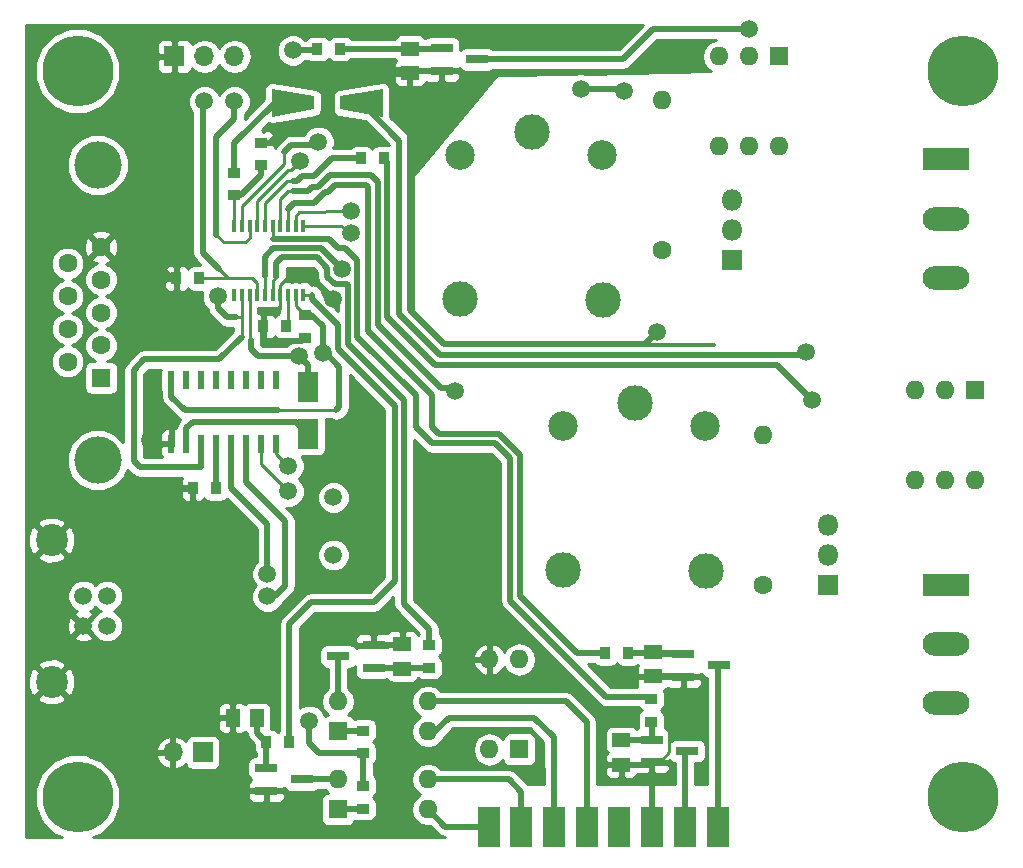
<source format=gbr>
G04 #@! TF.FileFunction,Copper,L1,Top,Signal*
%FSLAX46Y46*%
G04 Gerber Fmt 4.6, Leading zero omitted, Abs format (unit mm)*
G04 Created by KiCad (PCBNEW 4.0.7) date Mon Jun 25 21:13:58 2018*
%MOMM*%
%LPD*%
G01*
G04 APERTURE LIST*
%ADD10C,0.100000*%
%ADD11R,0.845000X1.000000*%
%ADD12R,1.000000X0.845000*%
%ADD13R,1.800000X1.800000*%
%ADD14O,1.800000X1.800000*%
%ADD15C,1.520000*%
%ADD16C,2.700000*%
%ADD17R,1.700000X1.700000*%
%ADD18O,1.700000X1.700000*%
%ADD19R,1.846667X3.480000*%
%ADD20R,3.960000X1.980000*%
%ADD21O,3.960000X1.980000*%
%ADD22C,2.500000*%
%ADD23C,3.000000*%
%ADD24R,1.900000X0.800000*%
%ADD25R,0.600000X1.500000*%
%ADD26R,0.400000X1.000000*%
%ADD27R,1.600000X1.600000*%
%ADD28O,1.600000X1.600000*%
%ADD29C,1.500000*%
%ADD30C,1.600000*%
%ADD31C,4.000000*%
%ADD32C,6.000000*%
%ADD33R,1.500000X1.145000*%
%ADD34R,1.145000X1.500000*%
%ADD35R,1.800000X2.500000*%
%ADD36C,0.500000*%
%ADD37C,0.250000*%
G04 APERTURE END LIST*
D10*
D11*
X53774500Y-62357000D03*
X55699500Y-62357000D03*
X54302500Y-44577000D03*
X52377500Y-44577000D03*
X61668500Y-48641000D03*
X59743500Y-48641000D03*
D12*
X63246000Y-49603500D03*
X63246000Y-47678500D03*
D13*
X99441000Y-43053000D03*
D14*
X99441000Y-40513000D03*
X99441000Y-37973000D03*
D13*
X107500000Y-70500000D03*
D14*
X107500000Y-67960000D03*
X107500000Y-65420000D03*
D15*
X46500000Y-71460000D03*
X46500000Y-74000000D03*
X44500000Y-74000000D03*
X44500000Y-71460000D03*
D16*
X41800000Y-66730000D03*
X41800000Y-78730000D03*
D17*
X54610000Y-84709000D03*
D18*
X52070000Y-84709000D03*
D17*
X52197000Y-25781000D03*
D18*
X54737000Y-25781000D03*
X57277000Y-25781000D03*
D19*
X78805000Y-91000000D03*
X81575000Y-91000000D03*
X84345000Y-91000000D03*
X87115000Y-91000000D03*
X89885000Y-91000000D03*
X92655000Y-91000000D03*
X95425000Y-91000000D03*
X98195000Y-91000000D03*
D20*
X117500000Y-34500000D03*
D21*
X117500000Y-39500000D03*
X117500000Y-44500000D03*
D20*
X117500000Y-70500000D03*
D21*
X117500000Y-75500000D03*
X117500000Y-80500000D03*
D22*
X76425000Y-34145000D03*
D23*
X76425000Y-46345000D03*
X88475000Y-46395000D03*
D22*
X88425000Y-34145000D03*
D23*
X82475000Y-32195000D03*
D22*
X85136000Y-57068000D03*
D23*
X85136000Y-69268000D03*
X97186000Y-69318000D03*
D22*
X97136000Y-57068000D03*
D23*
X91186000Y-55118000D03*
D24*
X69064000Y-77531000D03*
X69064000Y-75631000D03*
X66064000Y-76581000D03*
X59968000Y-86045000D03*
X59968000Y-87945000D03*
X62968000Y-86995000D03*
X95274000Y-76393000D03*
X95274000Y-78293000D03*
X98274000Y-77343000D03*
X92607000Y-83632000D03*
X92607000Y-85532000D03*
X95607000Y-84582000D03*
D11*
X59997500Y-83820000D03*
X61922500Y-83820000D03*
D12*
X73787000Y-77543500D03*
X73787000Y-75618500D03*
X57277000Y-35613500D03*
X57277000Y-37538500D03*
X68199000Y-82857500D03*
X68199000Y-84782500D03*
X68199000Y-89481500D03*
X68199000Y-87556500D03*
D11*
X90624500Y-76327000D03*
X88699500Y-76327000D03*
D12*
X92583000Y-82115500D03*
X92583000Y-80190500D03*
D25*
X51943000Y-58580000D03*
X53213000Y-58580000D03*
X54483000Y-58580000D03*
X55753000Y-58580000D03*
X57023000Y-58580000D03*
X58293000Y-58580000D03*
X59563000Y-58580000D03*
X60833000Y-58580000D03*
X60833000Y-53180000D03*
X59563000Y-53180000D03*
X58293000Y-53180000D03*
X57023000Y-53180000D03*
X55753000Y-53180000D03*
X54483000Y-53180000D03*
X53213000Y-53180000D03*
X51943000Y-53180000D03*
D26*
X57273000Y-45953000D03*
X57923000Y-45953000D03*
X58573000Y-45953000D03*
X59223000Y-45953000D03*
X59873000Y-45953000D03*
X60523000Y-45953000D03*
X61173000Y-45953000D03*
X61823000Y-45953000D03*
X62473000Y-45953000D03*
X63123000Y-45953000D03*
X63123000Y-40153000D03*
X62473000Y-40153000D03*
X61823000Y-40153000D03*
X61173000Y-40153000D03*
X60523000Y-40153000D03*
X59873000Y-40153000D03*
X59223000Y-40153000D03*
X58573000Y-40153000D03*
X57923000Y-40153000D03*
X57273000Y-40153000D03*
D27*
X81407000Y-84455000D03*
D28*
X78867000Y-76835000D03*
X78867000Y-84455000D03*
X81407000Y-76835000D03*
D27*
X66040000Y-82931000D03*
D28*
X73660000Y-80391000D03*
X66040000Y-80391000D03*
X73660000Y-82931000D03*
D27*
X66040000Y-89535000D03*
D28*
X73660000Y-86995000D03*
X66040000Y-86995000D03*
X73660000Y-89535000D03*
D27*
X103378000Y-25781000D03*
D28*
X98298000Y-33401000D03*
X100838000Y-25781000D03*
X100838000Y-33401000D03*
X98298000Y-25781000D03*
X103378000Y-33401000D03*
D27*
X120000000Y-54000000D03*
D28*
X114920000Y-61620000D03*
X117460000Y-54000000D03*
X117460000Y-61620000D03*
X114920000Y-54000000D03*
X120000000Y-61620000D03*
D29*
X65659000Y-63119000D03*
X65659000Y-67999000D03*
D27*
X46000000Y-53000000D03*
D30*
X46000000Y-50230000D03*
X46000000Y-47460000D03*
X46000000Y-44690000D03*
X46000000Y-41920000D03*
X43160000Y-51615000D03*
X43160000Y-48845000D03*
X43160000Y-46075000D03*
X43160000Y-43305000D03*
D31*
X45700000Y-34960000D03*
X45700000Y-59960000D03*
D12*
X59563000Y-34998500D03*
X59563000Y-33073500D03*
D10*
G36*
X60451000Y-30868000D02*
X60451000Y-28568000D01*
X64051000Y-29168000D01*
X64051000Y-30268000D01*
X60451000Y-30868000D01*
X60451000Y-30868000D01*
G37*
G36*
X69851000Y-28568000D02*
X69851000Y-30868000D01*
X66251000Y-30268000D01*
X66251000Y-29168000D01*
X69851000Y-28568000D01*
X69851000Y-28568000D01*
G37*
D30*
X93475000Y-42195000D03*
D28*
X93475000Y-29495000D03*
D30*
X102000000Y-70500000D03*
D28*
X102000000Y-57800000D03*
D32*
X44000000Y-27000000D03*
X44000000Y-88500000D03*
X119000000Y-88500000D03*
X119000000Y-27000000D03*
D24*
X74827000Y-25085000D03*
X74827000Y-26985000D03*
X77827000Y-26035000D03*
D33*
X71501000Y-77623500D03*
X71501000Y-75538500D03*
D34*
X57123500Y-81788000D03*
X59208500Y-81788000D03*
D33*
X92710000Y-76173500D03*
X92710000Y-78258500D03*
X90043000Y-83666500D03*
X90043000Y-85751500D03*
D11*
X66240500Y-25146000D03*
X64315500Y-25146000D03*
D33*
X72136000Y-27204500D03*
X72136000Y-25119500D03*
D11*
X69923500Y-34417000D03*
X67998500Y-34417000D03*
D35*
X63500000Y-57753000D03*
X63500000Y-53753000D03*
D29*
X65659000Y-46355000D03*
X93091000Y-49149000D03*
X68580000Y-73660000D03*
X57150000Y-88011000D03*
X50165000Y-58293000D03*
X61849000Y-62611000D03*
X61849000Y-60452000D03*
X54737000Y-29591000D03*
X86614000Y-28575000D03*
X90297000Y-28702000D03*
X63627000Y-82042000D03*
X64770000Y-50927000D03*
X60071000Y-71501000D03*
X60071000Y-69596000D03*
X57277000Y-29591000D03*
X105664000Y-50800000D03*
X67183000Y-40767000D03*
X62230000Y-25273000D03*
X64389000Y-33020000D03*
X62865000Y-34671000D03*
X75946000Y-54102000D03*
X62738000Y-51181000D03*
X55880000Y-46101000D03*
X67183000Y-38862000D03*
X66421000Y-43815000D03*
X100838000Y-23495000D03*
X106172000Y-54864000D03*
D36*
X90297000Y-50165000D02*
X92075000Y-50165000D01*
X92075000Y-50165000D02*
X93091000Y-49149000D01*
X59743500Y-49847500D02*
X63002000Y-49847500D01*
X63002000Y-49847500D02*
X63246000Y-49603500D01*
X72136000Y-47117000D02*
X72136000Y-47244000D01*
X72136000Y-47244000D02*
X75057000Y-50165000D01*
D37*
X61173000Y-45126000D02*
X61849000Y-44450000D01*
X61849000Y-44450000D02*
X62230000Y-44450000D01*
D36*
X63754000Y-44450000D02*
X62230000Y-44450000D01*
X65659000Y-46355000D02*
X63754000Y-44450000D01*
D37*
X61173000Y-45953000D02*
X61173000Y-45126000D01*
D36*
X90043000Y-85751500D02*
X92387500Y-85751500D01*
X92387500Y-85751500D02*
X92607000Y-85532000D01*
X90297000Y-50165000D02*
X75057000Y-50165000D01*
X74827000Y-26985000D02*
X72355500Y-26985000D01*
X72355500Y-26985000D02*
X72136000Y-27204500D01*
X92710000Y-78258500D02*
X95239500Y-78258500D01*
X95239500Y-78258500D02*
X95274000Y-78293000D01*
X69064000Y-75631000D02*
X71408500Y-75631000D01*
X71408500Y-75631000D02*
X71501000Y-75538500D01*
X71755000Y-26924000D02*
X63119000Y-26924000D01*
X72136000Y-27305000D02*
X71755000Y-26924000D01*
X72136000Y-47117000D02*
X72136000Y-27305000D01*
X59563000Y-33073500D02*
X60271500Y-33073500D01*
X63119000Y-26924000D02*
X64262000Y-26924000D01*
X64262000Y-26924000D02*
X65151000Y-27813000D01*
X65151000Y-27813000D02*
X65151000Y-30734000D01*
X60271500Y-33073500D02*
X61341000Y-32004000D01*
X61341000Y-32004000D02*
X63246000Y-32004000D01*
X63246000Y-32004000D02*
X63881000Y-31369000D01*
X63881000Y-31369000D02*
X64516000Y-31369000D01*
X64516000Y-31369000D02*
X65151000Y-30734000D01*
X50863500Y-43497500D02*
X50863500Y-29781500D01*
X50863500Y-29781500D02*
X52578000Y-28067000D01*
X52578000Y-28067000D02*
X58928000Y-28067000D01*
X58928000Y-28067000D02*
X60071000Y-26924000D01*
X60071000Y-26924000D02*
X63119000Y-26924000D01*
X52377500Y-44577000D02*
X51943000Y-44577000D01*
X43561000Y-40005000D02*
X41402000Y-42164000D01*
X47371000Y-40005000D02*
X43561000Y-40005000D01*
X51943000Y-44577000D02*
X50863500Y-43497500D01*
X50863500Y-43497500D02*
X47371000Y-40005000D01*
X53774500Y-62357000D02*
X48768000Y-62357000D01*
X41402000Y-60198000D02*
X41402000Y-42164000D01*
X44450000Y-63246000D02*
X41402000Y-60198000D01*
X47879000Y-63246000D02*
X44450000Y-63246000D01*
X48768000Y-62357000D02*
X47879000Y-63246000D01*
X53774500Y-62357000D02*
X53774500Y-67744500D01*
X57150000Y-71120000D02*
X57150000Y-88011000D01*
X53774500Y-67744500D02*
X57150000Y-71120000D01*
X69064000Y-74144000D02*
X69064000Y-75631000D01*
X68580000Y-73660000D02*
X69064000Y-74144000D01*
X57216000Y-87945000D02*
X59968000Y-87945000D01*
X57150000Y-88011000D02*
X57216000Y-87945000D01*
X50452000Y-58580000D02*
X51943000Y-58580000D01*
X50165000Y-58293000D02*
X50452000Y-58580000D01*
X59743500Y-48641000D02*
X59743500Y-49847500D01*
D37*
X61173000Y-45953000D02*
X61173000Y-47158000D01*
X59743500Y-47825500D02*
X59743500Y-48641000D01*
X59944000Y-47625000D02*
X59743500Y-47825500D01*
X60706000Y-47625000D02*
X59944000Y-47625000D01*
X61173000Y-47158000D02*
X60706000Y-47625000D01*
X92607000Y-85532000D02*
X93284000Y-85532000D01*
X93284000Y-85532000D02*
X94107000Y-84709000D01*
X95274000Y-79351000D02*
X95274000Y-78293000D01*
X94107000Y-80518000D02*
X95274000Y-79351000D01*
X94107000Y-84709000D02*
X94107000Y-80518000D01*
D36*
X92607000Y-85532000D02*
X92607000Y-90952000D01*
X92607000Y-90952000D02*
X92655000Y-91000000D01*
D37*
X59563000Y-58580000D02*
X59563000Y-60325000D01*
X59563000Y-60325000D02*
X61849000Y-62611000D01*
X60833000Y-58580000D02*
X60833000Y-59436000D01*
X60833000Y-59436000D02*
X61849000Y-60452000D01*
D36*
X55753000Y-58580000D02*
X55753000Y-62303500D01*
X55753000Y-62303500D02*
X55699500Y-62357000D01*
D37*
X54302500Y-44577000D02*
X56769000Y-44577000D01*
D36*
X56007000Y-43815000D02*
X54610000Y-42418000D01*
D37*
X59223000Y-44999000D02*
X58801000Y-44577000D01*
X58801000Y-44577000D02*
X56769000Y-44577000D01*
X56769000Y-44577000D02*
X56007000Y-43815000D01*
X59223000Y-45953000D02*
X59223000Y-44999000D01*
D36*
X54610000Y-29718000D02*
X54737000Y-29591000D01*
X54610000Y-42418000D02*
X54610000Y-29718000D01*
D37*
X61823000Y-45953000D02*
X61823000Y-48486500D01*
X61823000Y-48486500D02*
X61668500Y-48641000D01*
D36*
X90170000Y-28575000D02*
X86614000Y-28575000D01*
X90297000Y-28702000D02*
X90170000Y-28575000D01*
X64770000Y-50927000D02*
X65024000Y-50927000D01*
D37*
X65913000Y-55753000D02*
X62865000Y-55753000D01*
D36*
X66167000Y-55499000D02*
X65913000Y-55753000D01*
X66167000Y-52070000D02*
X66167000Y-55499000D01*
X65024000Y-50927000D02*
X66167000Y-52070000D01*
X63246000Y-47678500D02*
X63807500Y-47678500D01*
X63807500Y-47678500D02*
X64770000Y-48641000D01*
X51943000Y-53180000D02*
X51943000Y-54610000D01*
X53086000Y-55753000D02*
X60960000Y-55753000D01*
X51943000Y-54610000D02*
X53086000Y-55753000D01*
D37*
X62865000Y-55753000D02*
X60960000Y-55753000D01*
D36*
X64770000Y-50927000D02*
X64770000Y-48641000D01*
X68199000Y-84782500D02*
X64462500Y-84782500D01*
X63627000Y-83947000D02*
X63627000Y-82042000D01*
X64462500Y-84782500D02*
X63627000Y-83947000D01*
X68199000Y-87556500D02*
X68199000Y-84782500D01*
D37*
X62473000Y-45953000D02*
X62473000Y-46905500D01*
X62473000Y-46905500D02*
X63246000Y-47678500D01*
D36*
X60071000Y-71501000D02*
X60706000Y-71501000D01*
X58293000Y-61849000D02*
X58293000Y-58580000D01*
X61595000Y-65151000D02*
X58293000Y-61849000D01*
X61595000Y-70612000D02*
X61595000Y-65151000D01*
X60706000Y-71501000D02*
X61595000Y-70612000D01*
X60071000Y-69596000D02*
X60071000Y-65405000D01*
X60071000Y-65405000D02*
X57023000Y-62357000D01*
X57023000Y-62357000D02*
X57023000Y-58580000D01*
X55753000Y-40894000D02*
X55753000Y-32639000D01*
D37*
X58573000Y-41122000D02*
X58166000Y-41529000D01*
X58166000Y-41529000D02*
X56388000Y-41529000D01*
X56388000Y-41529000D02*
X55753000Y-40894000D01*
X58573000Y-40153000D02*
X58573000Y-41122000D01*
D36*
X57277000Y-31115000D02*
X57277000Y-29591000D01*
X55753000Y-32639000D02*
X57277000Y-31115000D01*
X78805000Y-91000000D02*
X75125000Y-91000000D01*
X75125000Y-91000000D02*
X73660000Y-89535000D01*
X73660000Y-86995000D02*
X80518000Y-86995000D01*
X81575000Y-88052000D02*
X81575000Y-91000000D01*
X80518000Y-86995000D02*
X81575000Y-88052000D01*
X73660000Y-82931000D02*
X74295000Y-82931000D01*
X74295000Y-82931000D02*
X75438000Y-81788000D01*
X84328000Y-85979000D02*
X84345000Y-85979000D01*
X84328000Y-83439000D02*
X84328000Y-85979000D01*
X82677000Y-81788000D02*
X84328000Y-83439000D01*
X75438000Y-81788000D02*
X82677000Y-81788000D01*
X84345000Y-85979000D02*
X84345000Y-91000000D01*
X73660000Y-80391000D02*
X85344000Y-80391000D01*
X87115000Y-82162000D02*
X87115000Y-91000000D01*
X85344000Y-80391000D02*
X87115000Y-82162000D01*
X95425000Y-91000000D02*
X95425000Y-84764000D01*
X95425000Y-84764000D02*
X95607000Y-84582000D01*
X98195000Y-91000000D02*
X98195000Y-77422000D01*
X98195000Y-77422000D02*
X98274000Y-77343000D01*
X69064000Y-77531000D02*
X71408500Y-77531000D01*
X71408500Y-77531000D02*
X71501000Y-77623500D01*
X69064000Y-77531000D02*
X73774500Y-77531000D01*
X73774500Y-77531000D02*
X73787000Y-77543500D01*
X66064000Y-76581000D02*
X66064000Y-80367000D01*
X66064000Y-80367000D02*
X66040000Y-80391000D01*
X59208500Y-81788000D02*
X59208500Y-83031000D01*
X59208500Y-83031000D02*
X59997500Y-83820000D01*
X59997500Y-83820000D02*
X59997500Y-86015500D01*
X59997500Y-86015500D02*
X59968000Y-86045000D01*
X62968000Y-86995000D02*
X66040000Y-86995000D01*
X95274000Y-76393000D02*
X92929500Y-76393000D01*
X92929500Y-76393000D02*
X92710000Y-76173500D01*
X90624500Y-76327000D02*
X95208000Y-76327000D01*
X95208000Y-76327000D02*
X95274000Y-76393000D01*
X90043000Y-83666500D02*
X92572500Y-83666500D01*
X92572500Y-83666500D02*
X92607000Y-83632000D01*
X92607000Y-83632000D02*
X92607000Y-82139500D01*
X92607000Y-82139500D02*
X92583000Y-82115500D01*
X70866000Y-61976000D02*
X70866000Y-55372000D01*
X70866000Y-55372000D02*
X66040000Y-50546000D01*
X70866000Y-61976000D02*
X70866000Y-70231000D01*
X63754000Y-72009000D02*
X69088000Y-72009000D01*
X69088000Y-72009000D02*
X70866000Y-70231000D01*
X66040000Y-50546000D02*
X66040000Y-48514000D01*
X63881000Y-46355000D02*
X63881000Y-45953000D01*
X66040000Y-48514000D02*
X63881000Y-46355000D01*
X61922500Y-83820000D02*
X61922500Y-73840500D01*
X61922500Y-73840500D02*
X63754000Y-72009000D01*
X61922500Y-83820000D02*
X61976000Y-83820000D01*
D37*
X63123000Y-45953000D02*
X63881000Y-45953000D01*
D36*
X66929000Y-50165000D02*
X71628000Y-54864000D01*
X71628000Y-54864000D02*
X71628000Y-60960000D01*
X73787000Y-75618500D02*
X73787000Y-74295000D01*
X73787000Y-74295000D02*
X71628000Y-72136000D01*
X71628000Y-72136000D02*
X71628000Y-60960000D01*
X66929000Y-50165000D02*
X66929000Y-45212000D01*
D37*
X60523000Y-44760000D02*
X60833000Y-44450000D01*
X60523000Y-45953000D02*
X60523000Y-44760000D01*
D36*
X65786000Y-45085000D02*
X65151000Y-44450000D01*
X60833000Y-43307000D02*
X61341000Y-42799000D01*
X61341000Y-42799000D02*
X64262000Y-42799000D01*
X64262000Y-42799000D02*
X65151000Y-43688000D01*
X65151000Y-43688000D02*
X65151000Y-44450000D01*
X60833000Y-44450000D02*
X60833000Y-43307000D01*
X66929000Y-45212000D02*
X66802000Y-45085000D01*
X66802000Y-45085000D02*
X65786000Y-45085000D01*
X71247000Y-47625000D02*
X74676000Y-51054000D01*
X98298000Y-51054000D02*
X105410000Y-51054000D01*
X98298000Y-51054000D02*
X74676000Y-51054000D01*
X105410000Y-51054000D02*
X105664000Y-50800000D01*
X71247000Y-32914000D02*
X68051000Y-29718000D01*
X71247000Y-47625000D02*
X71247000Y-32914000D01*
X66040000Y-82931000D02*
X68125500Y-82931000D01*
X68125500Y-82931000D02*
X68199000Y-82857500D01*
X66040000Y-89535000D02*
X68145500Y-89535000D01*
X68145500Y-89535000D02*
X68199000Y-89481500D01*
X62357000Y-38227000D02*
X64008000Y-38227000D01*
D37*
X61823000Y-40153000D02*
X61823000Y-38735000D01*
D36*
X61849000Y-38735000D02*
X62357000Y-38227000D01*
X61823000Y-38735000D02*
X61849000Y-38735000D01*
X68580000Y-49022000D02*
X74041000Y-54483000D01*
X74041000Y-57150000D02*
X74600500Y-57709500D01*
X74041000Y-54483000D02*
X74041000Y-57150000D01*
X65214500Y-37274500D02*
X64960500Y-37274500D01*
X64960500Y-37274500D02*
X64262000Y-37973000D01*
X68580000Y-36830000D02*
X68580000Y-38481000D01*
X68453000Y-36703000D02*
X68580000Y-36830000D01*
X65786000Y-36703000D02*
X68453000Y-36703000D01*
X65214500Y-37274500D02*
X65786000Y-36703000D01*
X68580000Y-40894000D02*
X68580000Y-38481000D01*
X86327000Y-76327000D02*
X88699500Y-76327000D01*
X68580000Y-49022000D02*
X68580000Y-40894000D01*
X79709500Y-57709500D02*
X81500000Y-59500000D01*
X81500000Y-59500000D02*
X81500000Y-71500000D01*
X81500000Y-71500000D02*
X86327000Y-76327000D01*
X74600500Y-57709500D02*
X79709500Y-57709500D01*
X64008000Y-38227000D02*
X64262000Y-37973000D01*
X64262000Y-37973000D02*
X64452500Y-37782500D01*
X64008000Y-38227000D02*
X64452500Y-37782500D01*
X67691000Y-49530000D02*
X72644000Y-54483000D01*
X72644000Y-57150000D02*
X74041000Y-58547000D01*
X72644000Y-54483000D02*
X72644000Y-57150000D01*
X87503000Y-78740000D02*
X88773000Y-80010000D01*
X87503000Y-78740000D02*
X80645000Y-71882000D01*
X80645000Y-71882000D02*
X80645000Y-59817000D01*
X80645000Y-59817000D02*
X79375000Y-58547000D01*
X79375000Y-58547000D02*
X74041000Y-58547000D01*
X88773000Y-80010000D02*
X92402500Y-80010000D01*
X92402500Y-80010000D02*
X92583000Y-80190500D01*
X67691000Y-49530000D02*
X67691000Y-43053000D01*
D37*
X60523000Y-40153000D02*
X60523000Y-41275000D01*
D36*
X67691000Y-43053000D02*
X66675000Y-42037000D01*
X66675000Y-42037000D02*
X66040000Y-42037000D01*
X66040000Y-42037000D02*
X65278000Y-41275000D01*
X65278000Y-41275000D02*
X60523000Y-41275000D01*
D37*
X66315000Y-40153000D02*
X67183000Y-40767000D01*
X63123000Y-40153000D02*
X66315000Y-40153000D01*
D36*
X62230000Y-25273000D02*
X64188500Y-25273000D01*
X64188500Y-25273000D02*
X64315500Y-25146000D01*
X64135000Y-33274000D02*
X64389000Y-33020000D01*
X62103000Y-33274000D02*
X64135000Y-33274000D01*
X61468000Y-33909000D02*
X62103000Y-33274000D01*
D37*
X61468000Y-34925000D02*
X61468000Y-33909000D01*
X57923000Y-38470000D02*
X61468000Y-34925000D01*
X57923000Y-40153000D02*
X57923000Y-38470000D01*
X59223000Y-38059000D02*
X61849000Y-35433000D01*
X59223000Y-40153000D02*
X59223000Y-38059000D01*
X62103000Y-35433000D02*
X62865000Y-34671000D01*
X61849000Y-35433000D02*
X62103000Y-35433000D01*
D36*
X63627000Y-35941000D02*
X64008000Y-35941000D01*
X65532000Y-34417000D02*
X67998500Y-34417000D01*
X64008000Y-35941000D02*
X65532000Y-34417000D01*
X62611000Y-36322000D02*
X62992000Y-35941000D01*
X62230000Y-36322000D02*
X62611000Y-36322000D01*
X62992000Y-35941000D02*
X63627000Y-35941000D01*
D37*
X61722000Y-36322000D02*
X62230000Y-36322000D01*
X59873000Y-38171000D02*
X59873000Y-40153000D01*
X59873000Y-38171000D02*
X61722000Y-36322000D01*
D36*
X72834500Y-51879500D02*
X74803000Y-53848000D01*
X75692000Y-53848000D02*
X75946000Y-54102000D01*
X74803000Y-53848000D02*
X75692000Y-53848000D01*
X69469000Y-48514000D02*
X72834500Y-51879500D01*
X64262000Y-36830000D02*
X64389000Y-36830000D01*
X69469000Y-36449000D02*
X69469000Y-38100000D01*
X68834000Y-35814000D02*
X69469000Y-36449000D01*
X65405000Y-35814000D02*
X68834000Y-35814000D01*
X64389000Y-36830000D02*
X65405000Y-35814000D01*
X69469000Y-38100000D02*
X69469000Y-40894000D01*
X63881000Y-36830000D02*
X64262000Y-36830000D01*
X69469000Y-40894000D02*
X69469000Y-48514000D01*
X63500000Y-37211000D02*
X63881000Y-36830000D01*
D37*
X61173000Y-37887000D02*
X61849000Y-37211000D01*
X61173000Y-40153000D02*
X61173000Y-37887000D01*
X61849000Y-37211000D02*
X62230000Y-37211000D01*
D36*
X62230000Y-37211000D02*
X63500000Y-37211000D01*
X58674000Y-50419000D02*
X58674000Y-50546000D01*
X58674000Y-50419000D02*
X58674000Y-49784000D01*
D37*
X58573000Y-49683000D02*
X58674000Y-49784000D01*
X58573000Y-45953000D02*
X58573000Y-49683000D01*
D36*
X59309000Y-51181000D02*
X62738000Y-51181000D01*
X58674000Y-50546000D02*
X59309000Y-51181000D01*
X63500000Y-53753000D02*
X63500000Y-51943000D01*
X63500000Y-51943000D02*
X62738000Y-51181000D01*
X63246000Y-53499000D02*
X63500000Y-53753000D01*
X49276000Y-60579000D02*
X54483000Y-60579000D01*
X48768000Y-60071000D02*
X49276000Y-60579000D01*
X48768000Y-52324000D02*
X48768000Y-60071000D01*
X49657000Y-51435000D02*
X48768000Y-52324000D01*
D37*
X57923000Y-47879000D02*
X57404000Y-47879000D01*
D36*
X55880000Y-47117000D02*
X56642000Y-47879000D01*
X56642000Y-47879000D02*
X57404000Y-47879000D01*
X55880000Y-46101000D02*
X55880000Y-47117000D01*
X49657000Y-51435000D02*
X56007000Y-51435000D01*
X56007000Y-51435000D02*
X57923000Y-49519000D01*
D37*
X57923000Y-45953000D02*
X57923000Y-47879000D01*
X57923000Y-47879000D02*
X57923000Y-49519000D01*
D36*
X54483000Y-60579000D02*
X54483000Y-58580000D01*
D37*
X62738000Y-38989000D02*
X67183000Y-38862000D01*
X62473000Y-39254000D02*
X62738000Y-38989000D01*
X62473000Y-40153000D02*
X62473000Y-39254000D01*
X62484000Y-40142000D02*
X62473000Y-40153000D01*
D36*
X59873000Y-44394000D02*
X59873000Y-42743000D01*
X64643000Y-42037000D02*
X66421000Y-43815000D01*
X60579000Y-42037000D02*
X64643000Y-42037000D01*
X59873000Y-42743000D02*
X60579000Y-42037000D01*
D37*
X59873000Y-44394000D02*
X59873000Y-45953000D01*
D36*
X57277000Y-37538500D02*
X57838500Y-37538500D01*
X59563000Y-35814000D02*
X59563000Y-34998500D01*
X57838500Y-37538500D02*
X59563000Y-35814000D01*
D37*
X57277000Y-37538500D02*
X57277000Y-40149000D01*
X57277000Y-40149000D02*
X57273000Y-40153000D01*
D36*
X57277000Y-35613500D02*
X57277000Y-33147000D01*
X57277000Y-33147000D02*
X60706000Y-29718000D01*
X60706000Y-29718000D02*
X62251000Y-29718000D01*
X72136000Y-25119500D02*
X74792500Y-25119500D01*
X74792500Y-25119500D02*
X74827000Y-25085000D01*
X66240500Y-25146000D02*
X72109500Y-25146000D01*
X72109500Y-25146000D02*
X72136000Y-25119500D01*
X77827000Y-26035000D02*
X90170000Y-26035000D01*
X92710000Y-23495000D02*
X100838000Y-23495000D01*
X90170000Y-26035000D02*
X92710000Y-23495000D01*
X70231000Y-47625000D02*
X70231000Y-47879000D01*
X70231000Y-47879000D02*
X74295000Y-51943000D01*
X70231000Y-36449000D02*
X70231000Y-34724500D01*
X70231000Y-34724500D02*
X69923500Y-34417000D01*
X70231000Y-36449000D02*
X70231000Y-39624000D01*
X105410000Y-54102000D02*
X106172000Y-54864000D01*
X70231000Y-39624000D02*
X70231000Y-47625000D01*
X74295000Y-51943000D02*
X103251000Y-51943000D01*
X103251000Y-51943000D02*
X105410000Y-54102000D01*
X59055000Y-56715500D02*
X62462500Y-56715500D01*
X62462500Y-56715500D02*
X63500000Y-57753000D01*
X59055000Y-56715500D02*
X53774500Y-56715500D01*
X53774500Y-56715500D02*
X53213000Y-57277000D01*
X53213000Y-57277000D02*
X53213000Y-58580000D01*
D37*
G36*
X89807564Y-25160000D02*
X79188897Y-25160000D01*
X79024924Y-25047962D01*
X78777000Y-24997756D01*
X76877000Y-24997756D01*
X76645389Y-25041337D01*
X76432668Y-25178219D01*
X76414244Y-25205183D01*
X76414244Y-24685000D01*
X76370663Y-24453389D01*
X76233781Y-24240668D01*
X76024924Y-24097962D01*
X75777000Y-24047756D01*
X73877000Y-24047756D01*
X73645389Y-24091337D01*
X73432668Y-24228219D01*
X73427983Y-24235076D01*
X73342781Y-24102668D01*
X73133924Y-23959962D01*
X72886000Y-23909756D01*
X71386000Y-23909756D01*
X71154389Y-23953337D01*
X70941668Y-24090219D01*
X70818146Y-24271000D01*
X67164395Y-24271000D01*
X67119781Y-24201668D01*
X66910924Y-24058962D01*
X66663000Y-24008756D01*
X65818000Y-24008756D01*
X65586389Y-24052337D01*
X65373668Y-24189219D01*
X65277417Y-24330088D01*
X65194781Y-24201668D01*
X64985924Y-24058962D01*
X64738000Y-24008756D01*
X63893000Y-24008756D01*
X63661389Y-24052337D01*
X63448668Y-24189219D01*
X63306014Y-24398000D01*
X63299375Y-24398000D01*
X63009892Y-24108011D01*
X62504704Y-23898239D01*
X61957695Y-23897762D01*
X61452143Y-24106652D01*
X61065011Y-24493108D01*
X60855239Y-24998296D01*
X60854762Y-25545305D01*
X61063652Y-26050857D01*
X61450108Y-26437989D01*
X61955296Y-26647761D01*
X62502305Y-26648238D01*
X63007857Y-26439348D01*
X63299715Y-26148000D01*
X63520619Y-26148000D01*
X63645076Y-26233038D01*
X63893000Y-26283244D01*
X64738000Y-26283244D01*
X64969611Y-26239663D01*
X65182332Y-26102781D01*
X65278583Y-25961912D01*
X65361219Y-26090332D01*
X65570076Y-26233038D01*
X65818000Y-26283244D01*
X66663000Y-26283244D01*
X66894611Y-26239663D01*
X67107332Y-26102781D01*
X67163211Y-26021000D01*
X70855005Y-26021000D01*
X70929219Y-26136332D01*
X70969953Y-26164164D01*
X70856150Y-26277966D01*
X70761000Y-26507680D01*
X70761000Y-26923250D01*
X70917250Y-27079500D01*
X72011000Y-27079500D01*
X72011000Y-27059500D01*
X72261000Y-27059500D01*
X72261000Y-27079500D01*
X72281000Y-27079500D01*
X72281000Y-27329500D01*
X72261000Y-27329500D01*
X72261000Y-28245750D01*
X72417250Y-28402000D01*
X73010320Y-28402000D01*
X73240034Y-28306849D01*
X73415850Y-28131034D01*
X73510542Y-27902426D01*
X73522966Y-27914850D01*
X73752680Y-28010000D01*
X74545750Y-28010000D01*
X74702000Y-27853750D01*
X74702000Y-27110000D01*
X74952000Y-27110000D01*
X74952000Y-27853750D01*
X75108250Y-28010000D01*
X75901320Y-28010000D01*
X76131034Y-27914850D01*
X76306849Y-27739034D01*
X76402000Y-27509320D01*
X76402000Y-27266250D01*
X76245750Y-27110000D01*
X74952000Y-27110000D01*
X74702000Y-27110000D01*
X74682000Y-27110000D01*
X74682000Y-26860000D01*
X74702000Y-26860000D01*
X74702000Y-26840000D01*
X74952000Y-26840000D01*
X74952000Y-26860000D01*
X76245750Y-26860000D01*
X76344339Y-26761411D01*
X76420219Y-26879332D01*
X76629076Y-27022038D01*
X76877000Y-27072244D01*
X78777000Y-27072244D01*
X79008611Y-27028663D01*
X79193019Y-26910000D01*
X90170000Y-26910000D01*
X90504848Y-26843395D01*
X90788718Y-26653718D01*
X93072437Y-24370000D01*
X98087270Y-24370000D01*
X97752676Y-24436555D01*
X97290373Y-24745456D01*
X96981472Y-25207759D01*
X96873000Y-25753083D01*
X96873000Y-25808917D01*
X96981472Y-26354241D01*
X97290373Y-26816544D01*
X97623828Y-27039352D01*
X86976107Y-27236532D01*
X86888704Y-27200239D01*
X86341695Y-27199762D01*
X86218763Y-27250557D01*
X79497686Y-27375021D01*
X79449244Y-27385768D01*
X79403509Y-27420537D01*
X72403509Y-35920537D01*
X72380195Y-35964338D01*
X72375000Y-36000000D01*
X72375000Y-47500000D01*
X72378952Y-47519516D01*
X72122000Y-47262564D01*
X72122000Y-32914000D01*
X72055395Y-32579152D01*
X71979525Y-32465605D01*
X71865719Y-32295282D01*
X70479856Y-30909420D01*
X70488244Y-30868000D01*
X70488244Y-28568000D01*
X70398509Y-28241943D01*
X70228519Y-28054620D01*
X69999042Y-27948191D01*
X69746238Y-27939426D01*
X66146238Y-28539426D01*
X66019389Y-28574337D01*
X65806668Y-28711219D01*
X65663962Y-28920076D01*
X65613756Y-29168000D01*
X65613756Y-30268000D01*
X65627337Y-30398862D01*
X65727386Y-30631192D01*
X65909941Y-30806292D01*
X66146238Y-30896574D01*
X68361318Y-31265754D01*
X70372000Y-33276437D01*
X70372000Y-33285021D01*
X70346000Y-33279756D01*
X69501000Y-33279756D01*
X69269389Y-33323337D01*
X69056668Y-33460219D01*
X68960417Y-33601088D01*
X68877781Y-33472668D01*
X68668924Y-33329962D01*
X68421000Y-33279756D01*
X67576000Y-33279756D01*
X67344389Y-33323337D01*
X67131668Y-33460219D01*
X67075789Y-33542000D01*
X65661075Y-33542000D01*
X65763761Y-33294704D01*
X65764238Y-32747695D01*
X65555348Y-32242143D01*
X65168892Y-31855011D01*
X64663704Y-31645239D01*
X64116695Y-31644762D01*
X63611143Y-31853652D01*
X63224011Y-32240108D01*
X63158033Y-32399000D01*
X62103000Y-32399000D01*
X61768152Y-32465605D01*
X61484282Y-32655281D01*
X60849282Y-33290282D01*
X60688000Y-33531656D01*
X60688000Y-33354750D01*
X60531750Y-33198500D01*
X59688000Y-33198500D01*
X59688000Y-33218500D01*
X59438000Y-33218500D01*
X59438000Y-33198500D01*
X59418000Y-33198500D01*
X59418000Y-32948500D01*
X59438000Y-32948500D01*
X59438000Y-32928500D01*
X59688000Y-32928500D01*
X59688000Y-32948500D01*
X60531750Y-32948500D01*
X60688000Y-32792250D01*
X60688000Y-32526680D01*
X60592850Y-32296966D01*
X60417034Y-32121151D01*
X60187320Y-32026000D01*
X59844250Y-32026000D01*
X59688002Y-32182248D01*
X59688002Y-32026000D01*
X59635436Y-32026000D01*
X60214605Y-31446832D01*
X60302958Y-31487809D01*
X60555762Y-31496574D01*
X64155762Y-30896574D01*
X64282611Y-30861663D01*
X64495332Y-30724781D01*
X64638038Y-30515924D01*
X64688244Y-30268000D01*
X64688244Y-29168000D01*
X64674663Y-29037138D01*
X64574614Y-28804808D01*
X64392059Y-28629708D01*
X64155762Y-28539426D01*
X60555762Y-27939426D01*
X60219389Y-27974337D01*
X60006668Y-28111219D01*
X59863962Y-28320076D01*
X59813756Y-28568000D01*
X59813756Y-29372807D01*
X58152000Y-31034564D01*
X58152000Y-30660375D01*
X58441989Y-30370892D01*
X58651761Y-29865704D01*
X58652238Y-29318695D01*
X58443348Y-28813143D01*
X58056892Y-28426011D01*
X57551704Y-28216239D01*
X57004695Y-28215762D01*
X56499143Y-28424652D01*
X56112011Y-28811108D01*
X56007001Y-29064001D01*
X55903348Y-28813143D01*
X55516892Y-28426011D01*
X55011704Y-28216239D01*
X54464695Y-28215762D01*
X53959143Y-28424652D01*
X53572011Y-28811108D01*
X53362239Y-29316296D01*
X53361762Y-29863305D01*
X53570652Y-30368857D01*
X53735000Y-30533492D01*
X53735000Y-42418000D01*
X53781150Y-42650011D01*
X53801605Y-42752848D01*
X53991282Y-43036718D01*
X54394320Y-43439756D01*
X53880000Y-43439756D01*
X53648389Y-43483337D01*
X53435668Y-43620219D01*
X53343291Y-43755417D01*
X53329849Y-43722966D01*
X53154034Y-43547150D01*
X52924320Y-43452000D01*
X52658750Y-43452000D01*
X52502500Y-43608250D01*
X52502500Y-44452000D01*
X52522500Y-44452000D01*
X52522500Y-44702000D01*
X52502500Y-44702000D01*
X52502500Y-45545750D01*
X52658750Y-45702000D01*
X52924320Y-45702000D01*
X53154034Y-45606850D01*
X53329849Y-45431034D01*
X53343659Y-45397693D01*
X53423219Y-45521332D01*
X53632076Y-45664038D01*
X53880000Y-45714244D01*
X54551767Y-45714244D01*
X54505239Y-45826296D01*
X54504762Y-46373305D01*
X54713652Y-46878857D01*
X55018343Y-47184081D01*
X55068419Y-47435830D01*
X55071605Y-47451848D01*
X55261282Y-47735718D01*
X56023282Y-48497719D01*
X56307152Y-48687395D01*
X56642000Y-48754000D01*
X57173000Y-48754000D01*
X57173000Y-49031563D01*
X55644564Y-50560000D01*
X49657000Y-50560000D01*
X49322152Y-50626605D01*
X49038282Y-50816281D01*
X48149282Y-51705282D01*
X47959605Y-51989152D01*
X47893000Y-52324000D01*
X47893000Y-58441276D01*
X47188885Y-57735931D01*
X46224436Y-57335456D01*
X45180146Y-57334545D01*
X44214999Y-57733336D01*
X43475931Y-58471115D01*
X43075456Y-59435564D01*
X43074545Y-60479854D01*
X43473336Y-61445001D01*
X44211115Y-62184069D01*
X45175564Y-62584544D01*
X46219854Y-62585455D01*
X47185001Y-62186664D01*
X47924069Y-61448885D01*
X48212891Y-60753327D01*
X48657281Y-61197718D01*
X48941151Y-61387395D01*
X48996706Y-61398445D01*
X49276000Y-61454000D01*
X52871117Y-61454000D01*
X52822151Y-61502966D01*
X52727000Y-61732680D01*
X52727000Y-62075750D01*
X52883250Y-62232000D01*
X53649500Y-62232000D01*
X53649500Y-62212000D01*
X53899500Y-62212000D01*
X53899500Y-62232000D01*
X53919500Y-62232000D01*
X53919500Y-62482000D01*
X53899500Y-62482000D01*
X53899500Y-63325750D01*
X54055750Y-63482000D01*
X54321320Y-63482000D01*
X54551034Y-63386850D01*
X54726849Y-63211034D01*
X54740659Y-63177693D01*
X54820219Y-63301332D01*
X55029076Y-63444038D01*
X55277000Y-63494244D01*
X56122000Y-63494244D01*
X56353611Y-63450663D01*
X56566332Y-63313781D01*
X56637779Y-63209215D01*
X59196000Y-65767436D01*
X59196000Y-68526625D01*
X58906011Y-68816108D01*
X58696239Y-69321296D01*
X58695762Y-69868305D01*
X58904652Y-70373857D01*
X59078956Y-70548465D01*
X58906011Y-70721108D01*
X58696239Y-71226296D01*
X58695762Y-71773305D01*
X58904652Y-72278857D01*
X59291108Y-72665989D01*
X59796296Y-72875761D01*
X60343305Y-72876238D01*
X60848857Y-72667348D01*
X61235989Y-72280892D01*
X61294542Y-72139881D01*
X61324718Y-72119718D01*
X62213719Y-71230718D01*
X62403395Y-70946848D01*
X62448297Y-70721108D01*
X62470000Y-70612000D01*
X62470000Y-68271305D01*
X64283762Y-68271305D01*
X64492652Y-68776857D01*
X64879108Y-69163989D01*
X65384296Y-69373761D01*
X65931305Y-69374238D01*
X66436857Y-69165348D01*
X66823989Y-68778892D01*
X67033761Y-68273704D01*
X67034238Y-67726695D01*
X66825348Y-67221143D01*
X66438892Y-66834011D01*
X65933704Y-66624239D01*
X65386695Y-66623762D01*
X64881143Y-66832652D01*
X64494011Y-67219108D01*
X64284239Y-67724296D01*
X64283762Y-68271305D01*
X62470000Y-68271305D01*
X62470000Y-65151000D01*
X62403395Y-64816152D01*
X62368874Y-64764488D01*
X62213718Y-64532281D01*
X61667279Y-63985842D01*
X62121305Y-63986238D01*
X62626857Y-63777348D01*
X63013575Y-63391305D01*
X64283762Y-63391305D01*
X64492652Y-63896857D01*
X64879108Y-64283989D01*
X65384296Y-64493761D01*
X65931305Y-64494238D01*
X66436857Y-64285348D01*
X66823989Y-63898892D01*
X67033761Y-63393704D01*
X67034238Y-62846695D01*
X66825348Y-62341143D01*
X66438892Y-61954011D01*
X65933704Y-61744239D01*
X65386695Y-61743762D01*
X64881143Y-61952652D01*
X64494011Y-62339108D01*
X64284239Y-62844296D01*
X64283762Y-63391305D01*
X63013575Y-63391305D01*
X63013989Y-63390892D01*
X63223761Y-62885704D01*
X63224238Y-62338695D01*
X63015348Y-61833143D01*
X62714045Y-61531313D01*
X63013989Y-61231892D01*
X63223761Y-60726704D01*
X63224238Y-60179695D01*
X63015348Y-59674143D01*
X62981508Y-59640244D01*
X64400000Y-59640244D01*
X64631611Y-59596663D01*
X64844332Y-59459781D01*
X64987038Y-59250924D01*
X65037244Y-59003000D01*
X65037244Y-56503000D01*
X65490758Y-56503000D01*
X65578152Y-56561395D01*
X65913000Y-56627999D01*
X66247848Y-56561395D01*
X66531718Y-56371718D01*
X66785718Y-56117719D01*
X66975395Y-55833848D01*
X67042000Y-55499000D01*
X67042000Y-52785436D01*
X69991000Y-55734437D01*
X69991000Y-69868563D01*
X68725564Y-71134000D01*
X63754000Y-71134000D01*
X63419152Y-71200605D01*
X63135281Y-71390282D01*
X61303782Y-73221782D01*
X61114105Y-73505652D01*
X61047500Y-73840500D01*
X61047500Y-82875173D01*
X60959417Y-83004088D01*
X60876781Y-82875668D01*
X60667924Y-82732962D01*
X60420000Y-82682756D01*
X60388930Y-82682756D01*
X60418244Y-82538000D01*
X60418244Y-81038000D01*
X60374663Y-80806389D01*
X60237781Y-80593668D01*
X60028924Y-80450962D01*
X59781000Y-80400756D01*
X58636000Y-80400756D01*
X58404389Y-80444337D01*
X58191668Y-80581219D01*
X58163836Y-80621953D01*
X58050034Y-80508150D01*
X57820320Y-80413000D01*
X57404750Y-80413000D01*
X57248500Y-80569250D01*
X57248500Y-81663000D01*
X57268500Y-81663000D01*
X57268500Y-81913000D01*
X57248500Y-81913000D01*
X57248500Y-83006750D01*
X57404750Y-83163000D01*
X57820320Y-83163000D01*
X58050034Y-83067850D01*
X58162122Y-82955762D01*
X58179219Y-82982332D01*
X58346563Y-83096673D01*
X58380214Y-83265848D01*
X58400105Y-83365848D01*
X58589782Y-83649718D01*
X58937756Y-83997692D01*
X58937756Y-84320000D01*
X58981337Y-84551611D01*
X59118219Y-84764332D01*
X59122500Y-84767257D01*
X59122500Y-85007756D01*
X59018000Y-85007756D01*
X58786389Y-85051337D01*
X58573668Y-85188219D01*
X58430962Y-85397076D01*
X58380756Y-85645000D01*
X58380756Y-86445000D01*
X58424337Y-86676611D01*
X58561219Y-86889332D01*
X58714640Y-86994160D01*
X58663966Y-87015150D01*
X58488151Y-87190966D01*
X58393000Y-87420680D01*
X58393000Y-87663750D01*
X58549250Y-87820000D01*
X59843000Y-87820000D01*
X59843000Y-87800000D01*
X60093000Y-87800000D01*
X60093000Y-87820000D01*
X61386750Y-87820000D01*
X61485339Y-87721411D01*
X61561219Y-87839332D01*
X61770076Y-87982038D01*
X62018000Y-88032244D01*
X63918000Y-88032244D01*
X64149611Y-87988663D01*
X64334019Y-87870000D01*
X64915837Y-87870000D01*
X65004456Y-88002627D01*
X65167300Y-88111436D01*
X65008389Y-88141337D01*
X64795668Y-88278219D01*
X64652962Y-88487076D01*
X64602756Y-88735000D01*
X64602756Y-90335000D01*
X64646337Y-90566611D01*
X64783219Y-90779332D01*
X64992076Y-90922038D01*
X65240000Y-90972244D01*
X66840000Y-90972244D01*
X67071611Y-90928663D01*
X67284332Y-90791781D01*
X67427038Y-90582924D01*
X67446306Y-90487778D01*
X67451076Y-90491038D01*
X67699000Y-90541244D01*
X68699000Y-90541244D01*
X68930611Y-90497663D01*
X69143332Y-90360781D01*
X69286038Y-90151924D01*
X69336244Y-89904000D01*
X69336244Y-89059000D01*
X69292663Y-88827389D01*
X69155781Y-88614668D01*
X69014912Y-88518417D01*
X69143332Y-88435781D01*
X69286038Y-88226924D01*
X69336244Y-87979000D01*
X69336244Y-87134000D01*
X69292663Y-86902389D01*
X69155781Y-86689668D01*
X69074000Y-86633789D01*
X69074000Y-85706395D01*
X69143332Y-85661781D01*
X69286038Y-85452924D01*
X69336244Y-85205000D01*
X69336244Y-84427083D01*
X77442000Y-84427083D01*
X77442000Y-84482917D01*
X77550472Y-85028241D01*
X77859373Y-85490544D01*
X78321676Y-85799445D01*
X78867000Y-85907917D01*
X79412324Y-85799445D01*
X79874627Y-85490544D01*
X79983436Y-85327700D01*
X80013337Y-85486611D01*
X80150219Y-85699332D01*
X80359076Y-85842038D01*
X80607000Y-85892244D01*
X82207000Y-85892244D01*
X82438611Y-85848663D01*
X82651332Y-85711781D01*
X82794038Y-85502924D01*
X82844244Y-85255000D01*
X82844244Y-83655000D01*
X82800663Y-83423389D01*
X82663781Y-83210668D01*
X82454924Y-83067962D01*
X82207000Y-83017756D01*
X80607000Y-83017756D01*
X80375389Y-83061337D01*
X80162668Y-83198219D01*
X80019962Y-83407076D01*
X79984236Y-83583497D01*
X79874627Y-83419456D01*
X79412324Y-83110555D01*
X78867000Y-83002083D01*
X78321676Y-83110555D01*
X77859373Y-83419456D01*
X77550472Y-83881759D01*
X77442000Y-84427083D01*
X69336244Y-84427083D01*
X69336244Y-84360000D01*
X69292663Y-84128389D01*
X69155781Y-83915668D01*
X69014912Y-83819417D01*
X69143332Y-83736781D01*
X69286038Y-83527924D01*
X69336244Y-83280000D01*
X69336244Y-82435000D01*
X69292663Y-82203389D01*
X69155781Y-81990668D01*
X68946924Y-81847962D01*
X68699000Y-81797756D01*
X67699000Y-81797756D01*
X67467389Y-81841337D01*
X67417122Y-81873683D01*
X67296781Y-81686668D01*
X67087924Y-81543962D01*
X66911503Y-81508236D01*
X67075544Y-81398627D01*
X67384445Y-80936324D01*
X67492917Y-80391000D01*
X67384445Y-79845676D01*
X67075544Y-79383373D01*
X66939000Y-79292137D01*
X66939000Y-77618244D01*
X67014000Y-77618244D01*
X67245611Y-77574663D01*
X67458332Y-77437781D01*
X67476756Y-77410817D01*
X67476756Y-77931000D01*
X67520337Y-78162611D01*
X67657219Y-78375332D01*
X67866076Y-78518038D01*
X68114000Y-78568244D01*
X70014000Y-78568244D01*
X70222577Y-78528997D01*
X70294219Y-78640332D01*
X70503076Y-78783038D01*
X70751000Y-78833244D01*
X72251000Y-78833244D01*
X72482611Y-78789663D01*
X72695332Y-78652781D01*
X72838038Y-78443924D01*
X72843063Y-78419108D01*
X73039076Y-78553038D01*
X73287000Y-78603244D01*
X74287000Y-78603244D01*
X74518611Y-78559663D01*
X74731332Y-78422781D01*
X74874038Y-78213924D01*
X74924244Y-77966000D01*
X74924244Y-77180522D01*
X77484514Y-77180522D01*
X77721975Y-77683275D01*
X78133756Y-78056886D01*
X78521479Y-78217476D01*
X78742000Y-78097577D01*
X78742000Y-76960000D01*
X77603733Y-76960000D01*
X77484514Y-77180522D01*
X74924244Y-77180522D01*
X74924244Y-77121000D01*
X74880663Y-76889389D01*
X74743781Y-76676668D01*
X74602912Y-76580417D01*
X74731332Y-76497781D01*
X74737005Y-76489478D01*
X77484514Y-76489478D01*
X77603733Y-76710000D01*
X78742000Y-76710000D01*
X78742000Y-75572423D01*
X78992000Y-75572423D01*
X78992000Y-76710000D01*
X79012000Y-76710000D01*
X79012000Y-76960000D01*
X78992000Y-76960000D01*
X78992000Y-78097577D01*
X79212521Y-78217476D01*
X79600244Y-78056886D01*
X80012025Y-77683275D01*
X80120619Y-77453359D01*
X80399373Y-77870544D01*
X80861676Y-78179445D01*
X81407000Y-78287917D01*
X81952324Y-78179445D01*
X82414627Y-77870544D01*
X82723528Y-77408241D01*
X82832000Y-76862917D01*
X82832000Y-76807083D01*
X82723528Y-76261759D01*
X82414627Y-75799456D01*
X81952324Y-75490555D01*
X81407000Y-75382083D01*
X80861676Y-75490555D01*
X80399373Y-75799456D01*
X80120619Y-76216641D01*
X80012025Y-75986725D01*
X79600244Y-75613114D01*
X79212521Y-75452524D01*
X78992000Y-75572423D01*
X78742000Y-75572423D01*
X78521479Y-75452524D01*
X78133756Y-75613114D01*
X77721975Y-75986725D01*
X77484514Y-76489478D01*
X74737005Y-76489478D01*
X74874038Y-76288924D01*
X74924244Y-76041000D01*
X74924244Y-75196000D01*
X74880663Y-74964389D01*
X74743781Y-74751668D01*
X74662000Y-74695789D01*
X74662000Y-74295000D01*
X74595395Y-73960152D01*
X74405718Y-73676282D01*
X72503000Y-71773564D01*
X72503000Y-58246436D01*
X73422281Y-59165718D01*
X73706151Y-59355395D01*
X73761706Y-59366445D01*
X74041000Y-59422000D01*
X79012564Y-59422000D01*
X79770000Y-60179437D01*
X79770000Y-71882000D01*
X79836605Y-72216848D01*
X80026282Y-72500718D01*
X86884282Y-79358719D01*
X86884285Y-79358721D01*
X88154281Y-80628718D01*
X88299646Y-80725848D01*
X88438152Y-80818395D01*
X88773000Y-80885000D01*
X91515327Y-80885000D01*
X91626219Y-81057332D01*
X91767088Y-81153583D01*
X91638668Y-81236219D01*
X91495962Y-81445076D01*
X91445756Y-81693000D01*
X91445756Y-82538000D01*
X91463294Y-82631205D01*
X91425389Y-82638337D01*
X91296046Y-82721567D01*
X91249781Y-82649668D01*
X91040924Y-82506962D01*
X90793000Y-82456756D01*
X89293000Y-82456756D01*
X89061389Y-82500337D01*
X88848668Y-82637219D01*
X88705962Y-82846076D01*
X88655756Y-83094000D01*
X88655756Y-84239000D01*
X88699337Y-84470611D01*
X88836219Y-84683332D01*
X88876953Y-84711164D01*
X88763150Y-84824966D01*
X88668000Y-85054680D01*
X88668000Y-85470250D01*
X88824250Y-85626500D01*
X89918000Y-85626500D01*
X89918000Y-85606500D01*
X90168000Y-85606500D01*
X90168000Y-85626500D01*
X90188000Y-85626500D01*
X90188000Y-85876500D01*
X90168000Y-85876500D01*
X90168000Y-86792750D01*
X90324250Y-86949000D01*
X90917320Y-86949000D01*
X91147034Y-86853849D01*
X91322850Y-86678034D01*
X91396370Y-86500539D01*
X91532680Y-86557000D01*
X92325750Y-86557000D01*
X92482000Y-86400750D01*
X92482000Y-85657000D01*
X92732000Y-85657000D01*
X92732000Y-86400750D01*
X92888250Y-86557000D01*
X93681320Y-86557000D01*
X93911034Y-86461850D01*
X94086849Y-86286034D01*
X94182000Y-86056320D01*
X94182000Y-85813250D01*
X94025750Y-85657000D01*
X92732000Y-85657000D01*
X92482000Y-85657000D01*
X92462000Y-85657000D01*
X92462000Y-85407000D01*
X92482000Y-85407000D01*
X92482000Y-85387000D01*
X92732000Y-85387000D01*
X92732000Y-85407000D01*
X94025750Y-85407000D01*
X94124339Y-85308411D01*
X94200219Y-85426332D01*
X94409076Y-85569038D01*
X94550000Y-85597576D01*
X94550000Y-87375000D01*
X87990000Y-87375000D01*
X87990000Y-86032750D01*
X88668000Y-86032750D01*
X88668000Y-86448320D01*
X88763150Y-86678034D01*
X88938966Y-86853849D01*
X89168680Y-86949000D01*
X89761750Y-86949000D01*
X89918000Y-86792750D01*
X89918000Y-85876500D01*
X88824250Y-85876500D01*
X88668000Y-86032750D01*
X87990000Y-86032750D01*
X87990000Y-82162000D01*
X87923395Y-81827152D01*
X87883400Y-81767296D01*
X87733718Y-81543281D01*
X85962718Y-79772282D01*
X85678848Y-79582605D01*
X85344000Y-79516000D01*
X74784163Y-79516000D01*
X74695544Y-79383373D01*
X74233241Y-79074472D01*
X73687917Y-78966000D01*
X73632083Y-78966000D01*
X73086759Y-79074472D01*
X72624456Y-79383373D01*
X72315555Y-79845676D01*
X72207083Y-80391000D01*
X72315555Y-80936324D01*
X72624456Y-81398627D01*
X73017125Y-81661000D01*
X72624456Y-81923373D01*
X72315555Y-82385676D01*
X72207083Y-82931000D01*
X72315555Y-83476324D01*
X72624456Y-83938627D01*
X73086759Y-84247528D01*
X73632083Y-84356000D01*
X73687917Y-84356000D01*
X74233241Y-84247528D01*
X74695544Y-83938627D01*
X75004445Y-83476324D01*
X75008749Y-83454687D01*
X75800437Y-82663000D01*
X82314564Y-82663000D01*
X83453000Y-83801437D01*
X83453000Y-85979000D01*
X83470000Y-86064465D01*
X83470000Y-87375000D01*
X82135437Y-87375000D01*
X81136718Y-86376282D01*
X80852848Y-86186605D01*
X80518000Y-86120000D01*
X74784163Y-86120000D01*
X74695544Y-85987373D01*
X74233241Y-85678472D01*
X73687917Y-85570000D01*
X73632083Y-85570000D01*
X73086759Y-85678472D01*
X72624456Y-85987373D01*
X72315555Y-86449676D01*
X72207083Y-86995000D01*
X72315555Y-87540324D01*
X72624456Y-88002627D01*
X73017125Y-88265000D01*
X72624456Y-88527373D01*
X72315555Y-88989676D01*
X72207083Y-89535000D01*
X72315555Y-90080324D01*
X72624456Y-90542627D01*
X73086759Y-90851528D01*
X73632083Y-90960000D01*
X73687917Y-90960000D01*
X73821076Y-90933513D01*
X74506282Y-91618719D01*
X74790152Y-91808395D01*
X75125000Y-91875000D01*
X45324459Y-91875000D01*
X46050715Y-91574917D01*
X47071334Y-90556079D01*
X47624369Y-89224220D01*
X47625240Y-88226250D01*
X58393000Y-88226250D01*
X58393000Y-88469320D01*
X58488151Y-88699034D01*
X58663966Y-88874850D01*
X58893680Y-88970000D01*
X59686750Y-88970000D01*
X59843000Y-88813750D01*
X59843000Y-88070000D01*
X60093000Y-88070000D01*
X60093000Y-88813750D01*
X60249250Y-88970000D01*
X61042320Y-88970000D01*
X61272034Y-88874850D01*
X61447849Y-88699034D01*
X61543000Y-88469320D01*
X61543000Y-88226250D01*
X61386750Y-88070000D01*
X60093000Y-88070000D01*
X59843000Y-88070000D01*
X58549250Y-88070000D01*
X58393000Y-88226250D01*
X47625240Y-88226250D01*
X47625628Y-87782106D01*
X47074917Y-86449285D01*
X46056079Y-85428666D01*
X45173946Y-85062373D01*
X50637946Y-85062373D01*
X50882185Y-85583497D01*
X51307258Y-85971487D01*
X51716628Y-86141045D01*
X51945000Y-86021812D01*
X51945000Y-84834000D01*
X50756547Y-84834000D01*
X50637946Y-85062373D01*
X45173946Y-85062373D01*
X44724220Y-84875631D01*
X43282106Y-84874372D01*
X41949285Y-85425083D01*
X40928666Y-86443921D01*
X40375631Y-87775780D01*
X40374372Y-89217894D01*
X40925083Y-90550715D01*
X41943921Y-91571334D01*
X42675231Y-91875000D01*
X39625000Y-91875000D01*
X39625000Y-84355627D01*
X50637946Y-84355627D01*
X50756547Y-84584000D01*
X51945000Y-84584000D01*
X51945000Y-83396188D01*
X52195000Y-83396188D01*
X52195000Y-84584000D01*
X52215000Y-84584000D01*
X52215000Y-84834000D01*
X52195000Y-84834000D01*
X52195000Y-86021812D01*
X52423372Y-86141045D01*
X52832742Y-85971487D01*
X53146486Y-85685114D01*
X53166337Y-85790611D01*
X53303219Y-86003332D01*
X53512076Y-86146038D01*
X53760000Y-86196244D01*
X55460000Y-86196244D01*
X55691611Y-86152663D01*
X55904332Y-86015781D01*
X56047038Y-85806924D01*
X56097244Y-85559000D01*
X56097244Y-83859000D01*
X56053663Y-83627389D01*
X55916781Y-83414668D01*
X55707924Y-83271962D01*
X55460000Y-83221756D01*
X53760000Y-83221756D01*
X53528389Y-83265337D01*
X53315668Y-83402219D01*
X53172962Y-83611076D01*
X53148013Y-83734280D01*
X52832742Y-83446513D01*
X52423372Y-83276955D01*
X52195000Y-83396188D01*
X51945000Y-83396188D01*
X51716628Y-83276955D01*
X51307258Y-83446513D01*
X50882185Y-83834503D01*
X50637946Y-84355627D01*
X39625000Y-84355627D01*
X39625000Y-82069250D01*
X55926000Y-82069250D01*
X55926000Y-82662320D01*
X56021151Y-82892034D01*
X56196966Y-83067850D01*
X56426680Y-83163000D01*
X56842250Y-83163000D01*
X56998500Y-83006750D01*
X56998500Y-81913000D01*
X56082250Y-81913000D01*
X55926000Y-82069250D01*
X39625000Y-82069250D01*
X39625000Y-80913680D01*
X55926000Y-80913680D01*
X55926000Y-81506750D01*
X56082250Y-81663000D01*
X56998500Y-81663000D01*
X56998500Y-80569250D01*
X56842250Y-80413000D01*
X56426680Y-80413000D01*
X56196966Y-80508150D01*
X56021151Y-80683966D01*
X55926000Y-80913680D01*
X39625000Y-80913680D01*
X39625000Y-80128821D01*
X40577955Y-80128821D01*
X40719790Y-80429444D01*
X41452365Y-80713460D01*
X42237865Y-80695512D01*
X42880210Y-80429444D01*
X43022045Y-80128821D01*
X41800000Y-78906777D01*
X40577955Y-80128821D01*
X39625000Y-80128821D01*
X39625000Y-78382365D01*
X39816540Y-78382365D01*
X39834488Y-79167865D01*
X40100556Y-79810210D01*
X40401179Y-79952045D01*
X41623223Y-78730000D01*
X41976777Y-78730000D01*
X43198821Y-79952045D01*
X43499444Y-79810210D01*
X43783460Y-79077635D01*
X43765512Y-78292135D01*
X43499444Y-77649790D01*
X43198821Y-77507955D01*
X41976777Y-78730000D01*
X41623223Y-78730000D01*
X40401179Y-77507955D01*
X40100556Y-77649790D01*
X39816540Y-78382365D01*
X39625000Y-78382365D01*
X39625000Y-77331179D01*
X40577955Y-77331179D01*
X41800000Y-78553223D01*
X43022045Y-77331179D01*
X42880210Y-77030556D01*
X42147635Y-76746540D01*
X41362135Y-76764488D01*
X40719790Y-77030556D01*
X40577955Y-77331179D01*
X39625000Y-77331179D01*
X39625000Y-74972023D01*
X43704754Y-74972023D01*
X43774354Y-75211429D01*
X44293183Y-75396907D01*
X44843500Y-75369720D01*
X45225646Y-75211429D01*
X45295246Y-74972023D01*
X44500000Y-74176777D01*
X43704754Y-74972023D01*
X39625000Y-74972023D01*
X39625000Y-73793183D01*
X43103093Y-73793183D01*
X43130280Y-74343500D01*
X43288571Y-74725646D01*
X43527977Y-74795246D01*
X44323223Y-74000000D01*
X43527977Y-73204754D01*
X43288571Y-73274354D01*
X43103093Y-73793183D01*
X39625000Y-73793183D01*
X39625000Y-71734285D01*
X43114760Y-71734285D01*
X43325169Y-72243515D01*
X43714436Y-72633461D01*
X43931361Y-72723536D01*
X43774354Y-72788571D01*
X43704754Y-73027977D01*
X44500000Y-73823223D01*
X45295246Y-73027977D01*
X45225646Y-72788571D01*
X45057186Y-72728348D01*
X45283515Y-72634831D01*
X45500036Y-72418687D01*
X45714436Y-72633461D01*
X45946870Y-72729976D01*
X45716485Y-72825169D01*
X45326539Y-73214436D01*
X45230107Y-73446670D01*
X44676777Y-74000000D01*
X45230025Y-74553248D01*
X45325169Y-74783515D01*
X45714436Y-75173461D01*
X46223298Y-75384759D01*
X46774285Y-75385240D01*
X47283515Y-75174831D01*
X47673461Y-74785564D01*
X47884759Y-74276702D01*
X47885240Y-73725715D01*
X47674831Y-73216485D01*
X47285564Y-72826539D01*
X47053130Y-72730024D01*
X47283515Y-72634831D01*
X47673461Y-72245564D01*
X47884759Y-71736702D01*
X47885240Y-71185715D01*
X47674831Y-70676485D01*
X47285564Y-70286539D01*
X46776702Y-70075241D01*
X46225715Y-70074760D01*
X45716485Y-70285169D01*
X45499964Y-70501313D01*
X45285564Y-70286539D01*
X44776702Y-70075241D01*
X44225715Y-70074760D01*
X43716485Y-70285169D01*
X43326539Y-70674436D01*
X43115241Y-71183298D01*
X43114760Y-71734285D01*
X39625000Y-71734285D01*
X39625000Y-68128821D01*
X40577955Y-68128821D01*
X40719790Y-68429444D01*
X41452365Y-68713460D01*
X42237865Y-68695512D01*
X42880210Y-68429444D01*
X43022045Y-68128821D01*
X41800000Y-66906777D01*
X40577955Y-68128821D01*
X39625000Y-68128821D01*
X39625000Y-66382365D01*
X39816540Y-66382365D01*
X39834488Y-67167865D01*
X40100556Y-67810210D01*
X40401179Y-67952045D01*
X41623223Y-66730000D01*
X41976777Y-66730000D01*
X43198821Y-67952045D01*
X43499444Y-67810210D01*
X43783460Y-67077635D01*
X43765512Y-66292135D01*
X43499444Y-65649790D01*
X43198821Y-65507955D01*
X41976777Y-66730000D01*
X41623223Y-66730000D01*
X40401179Y-65507955D01*
X40100556Y-65649790D01*
X39816540Y-66382365D01*
X39625000Y-66382365D01*
X39625000Y-65331179D01*
X40577955Y-65331179D01*
X41800000Y-66553223D01*
X43022045Y-65331179D01*
X42880210Y-65030556D01*
X42147635Y-64746540D01*
X41362135Y-64764488D01*
X40719790Y-65030556D01*
X40577955Y-65331179D01*
X39625000Y-65331179D01*
X39625000Y-62638250D01*
X52727000Y-62638250D01*
X52727000Y-62981320D01*
X52822151Y-63211034D01*
X52997966Y-63386850D01*
X53227680Y-63482000D01*
X53493250Y-63482000D01*
X53649500Y-63325750D01*
X53649500Y-62482000D01*
X52883250Y-62482000D01*
X52727000Y-62638250D01*
X39625000Y-62638250D01*
X39625000Y-43587206D01*
X41734754Y-43587206D01*
X41951240Y-44111143D01*
X42351749Y-44512351D01*
X42779981Y-44690169D01*
X42353857Y-44866240D01*
X41952649Y-45266749D01*
X41735248Y-45790307D01*
X41734754Y-46357206D01*
X41951240Y-46881143D01*
X42351749Y-47282351D01*
X42779981Y-47460169D01*
X42353857Y-47636240D01*
X41952649Y-48036749D01*
X41735248Y-48560307D01*
X41734754Y-49127206D01*
X41951240Y-49651143D01*
X42351749Y-50052351D01*
X42779981Y-50230169D01*
X42353857Y-50406240D01*
X41952649Y-50806749D01*
X41735248Y-51330307D01*
X41734754Y-51897206D01*
X41951240Y-52421143D01*
X42351749Y-52822351D01*
X42875307Y-53039752D01*
X43442206Y-53040246D01*
X43966143Y-52823760D01*
X44367351Y-52423251D01*
X44460053Y-52200000D01*
X44562756Y-52200000D01*
X44562756Y-53800000D01*
X44606337Y-54031611D01*
X44743219Y-54244332D01*
X44952076Y-54387038D01*
X45200000Y-54437244D01*
X46800000Y-54437244D01*
X47031611Y-54393663D01*
X47244332Y-54256781D01*
X47387038Y-54047924D01*
X47437244Y-53800000D01*
X47437244Y-52200000D01*
X47393663Y-51968389D01*
X47256781Y-51755668D01*
X47047924Y-51612962D01*
X46800000Y-51562756D01*
X46506049Y-51562756D01*
X46806143Y-51438760D01*
X47207351Y-51038251D01*
X47424752Y-50514693D01*
X47425246Y-49947794D01*
X47208760Y-49423857D01*
X46808251Y-49022649D01*
X46380019Y-48844831D01*
X46806143Y-48668760D01*
X47207351Y-48268251D01*
X47424752Y-47744693D01*
X47425246Y-47177794D01*
X47208760Y-46653857D01*
X46808251Y-46252649D01*
X46380019Y-46074831D01*
X46806143Y-45898760D01*
X47207351Y-45498251D01*
X47424752Y-44974693D01*
X47424853Y-44858250D01*
X51330000Y-44858250D01*
X51330000Y-45201320D01*
X51425151Y-45431034D01*
X51600966Y-45606850D01*
X51830680Y-45702000D01*
X52096250Y-45702000D01*
X52252500Y-45545750D01*
X52252500Y-44702000D01*
X51486250Y-44702000D01*
X51330000Y-44858250D01*
X47424853Y-44858250D01*
X47425246Y-44407794D01*
X47237198Y-43952680D01*
X51330000Y-43952680D01*
X51330000Y-44295750D01*
X51486250Y-44452000D01*
X52252500Y-44452000D01*
X52252500Y-43608250D01*
X52096250Y-43452000D01*
X51830680Y-43452000D01*
X51600966Y-43547150D01*
X51425151Y-43722966D01*
X51330000Y-43952680D01*
X47237198Y-43952680D01*
X47208760Y-43883857D01*
X46808251Y-43482649D01*
X46395512Y-43311264D01*
X46749709Y-43164550D01*
X46824223Y-42921000D01*
X46000000Y-42096777D01*
X45175777Y-42921000D01*
X45250291Y-43164550D01*
X45629569Y-43301208D01*
X45193857Y-43481240D01*
X44792649Y-43881749D01*
X44575248Y-44405307D01*
X44574754Y-44972206D01*
X44791240Y-45496143D01*
X45191749Y-45897351D01*
X45619981Y-46075169D01*
X45193857Y-46251240D01*
X44792649Y-46651749D01*
X44575248Y-47175307D01*
X44574754Y-47742206D01*
X44791240Y-48266143D01*
X45191749Y-48667351D01*
X45619981Y-48845169D01*
X45193857Y-49021240D01*
X44792649Y-49421749D01*
X44575248Y-49945307D01*
X44574754Y-50512206D01*
X44791240Y-51036143D01*
X45191749Y-51437351D01*
X45493757Y-51562756D01*
X45200000Y-51562756D01*
X44968389Y-51606337D01*
X44755668Y-51743219D01*
X44612962Y-51952076D01*
X44562756Y-52200000D01*
X44460053Y-52200000D01*
X44584752Y-51899693D01*
X44585246Y-51332794D01*
X44368760Y-50808857D01*
X43968251Y-50407649D01*
X43540019Y-50229831D01*
X43966143Y-50053760D01*
X44367351Y-49653251D01*
X44584752Y-49129693D01*
X44585246Y-48562794D01*
X44368760Y-48038857D01*
X43968251Y-47637649D01*
X43540019Y-47459831D01*
X43966143Y-47283760D01*
X44367351Y-46883251D01*
X44584752Y-46359693D01*
X44585246Y-45792794D01*
X44368760Y-45268857D01*
X43968251Y-44867649D01*
X43540019Y-44689831D01*
X43966143Y-44513760D01*
X44367351Y-44113251D01*
X44584752Y-43589693D01*
X44585246Y-43022794D01*
X44368760Y-42498857D01*
X43968251Y-42097649D01*
X43444693Y-41880248D01*
X42877794Y-41879754D01*
X42353857Y-42096240D01*
X41952649Y-42496749D01*
X41735248Y-43020307D01*
X41734754Y-43587206D01*
X39625000Y-43587206D01*
X39625000Y-41703627D01*
X44563284Y-41703627D01*
X44589845Y-42269905D01*
X44755450Y-42669709D01*
X44999000Y-42744223D01*
X45823223Y-41920000D01*
X46176777Y-41920000D01*
X47001000Y-42744223D01*
X47244550Y-42669709D01*
X47436716Y-42136373D01*
X47410155Y-41570095D01*
X47244550Y-41170291D01*
X47001000Y-41095777D01*
X46176777Y-41920000D01*
X45823223Y-41920000D01*
X44999000Y-41095777D01*
X44755450Y-41170291D01*
X44563284Y-41703627D01*
X39625000Y-41703627D01*
X39625000Y-40919000D01*
X45175777Y-40919000D01*
X46000000Y-41743223D01*
X46824223Y-40919000D01*
X46749709Y-40675450D01*
X46216373Y-40483284D01*
X45650095Y-40509845D01*
X45250291Y-40675450D01*
X45175777Y-40919000D01*
X39625000Y-40919000D01*
X39625000Y-35479854D01*
X43074545Y-35479854D01*
X43473336Y-36445001D01*
X44211115Y-37184069D01*
X45175564Y-37584544D01*
X46219854Y-37585455D01*
X47185001Y-37186664D01*
X47924069Y-36448885D01*
X48324544Y-35484436D01*
X48325455Y-34440146D01*
X47926664Y-33474999D01*
X47188885Y-32735931D01*
X46224436Y-32335456D01*
X45180146Y-32334545D01*
X44214999Y-32733336D01*
X43475931Y-33471115D01*
X43075456Y-34435564D01*
X43074545Y-35479854D01*
X39625000Y-35479854D01*
X39625000Y-27717894D01*
X40374372Y-27717894D01*
X40925083Y-29050715D01*
X41943921Y-30071334D01*
X43275780Y-30624369D01*
X44717894Y-30625628D01*
X46050715Y-30074917D01*
X47071334Y-29056079D01*
X47624369Y-27724220D01*
X47624577Y-27485750D01*
X70761000Y-27485750D01*
X70761000Y-27901320D01*
X70856150Y-28131034D01*
X71031966Y-28306849D01*
X71261680Y-28402000D01*
X71854750Y-28402000D01*
X72011000Y-28245750D01*
X72011000Y-27329500D01*
X70917250Y-27329500D01*
X70761000Y-27485750D01*
X47624577Y-27485750D01*
X47625628Y-26282106D01*
X47534786Y-26062250D01*
X50722000Y-26062250D01*
X50722000Y-26755320D01*
X50817150Y-26985034D01*
X50992966Y-27160849D01*
X51222680Y-27256000D01*
X51915750Y-27256000D01*
X52072000Y-27099750D01*
X52072000Y-25906000D01*
X50878250Y-25906000D01*
X50722000Y-26062250D01*
X47534786Y-26062250D01*
X47074917Y-24949285D01*
X46932561Y-24806680D01*
X50722000Y-24806680D01*
X50722000Y-25499750D01*
X50878250Y-25656000D01*
X52072000Y-25656000D01*
X52072000Y-24462250D01*
X52322000Y-24462250D01*
X52322000Y-25656000D01*
X52342000Y-25656000D01*
X52342000Y-25906000D01*
X52322000Y-25906000D01*
X52322000Y-27099750D01*
X52478250Y-27256000D01*
X53171320Y-27256000D01*
X53401034Y-27160849D01*
X53576850Y-26985034D01*
X53655479Y-26795204D01*
X53694017Y-26852880D01*
X54172542Y-27172619D01*
X54737000Y-27284897D01*
X55301458Y-27172619D01*
X55779983Y-26852880D01*
X56007000Y-26513124D01*
X56234017Y-26852880D01*
X56712542Y-27172619D01*
X57277000Y-27284897D01*
X57841458Y-27172619D01*
X58319983Y-26852880D01*
X58639722Y-26374355D01*
X58752000Y-25809897D01*
X58752000Y-25752103D01*
X58639722Y-25187645D01*
X58319983Y-24709120D01*
X57841458Y-24389381D01*
X57277000Y-24277103D01*
X56712542Y-24389381D01*
X56234017Y-24709120D01*
X56007000Y-25048876D01*
X55779983Y-24709120D01*
X55301458Y-24389381D01*
X54737000Y-24277103D01*
X54172542Y-24389381D01*
X53694017Y-24709120D01*
X53655479Y-24766796D01*
X53576850Y-24576966D01*
X53401034Y-24401151D01*
X53171320Y-24306000D01*
X52478250Y-24306000D01*
X52322000Y-24462250D01*
X52072000Y-24462250D01*
X51915750Y-24306000D01*
X51222680Y-24306000D01*
X50992966Y-24401151D01*
X50817150Y-24576966D01*
X50722000Y-24806680D01*
X46932561Y-24806680D01*
X46056079Y-23928666D01*
X44724220Y-23375631D01*
X43282106Y-23374372D01*
X41949285Y-23925083D01*
X40928666Y-24943921D01*
X40375631Y-26275780D01*
X40374372Y-27717894D01*
X39625000Y-27717894D01*
X39625000Y-23125000D01*
X91842563Y-23125000D01*
X89807564Y-25160000D01*
X89807564Y-25160000D01*
G37*
X89807564Y-25160000D02*
X79188897Y-25160000D01*
X79024924Y-25047962D01*
X78777000Y-24997756D01*
X76877000Y-24997756D01*
X76645389Y-25041337D01*
X76432668Y-25178219D01*
X76414244Y-25205183D01*
X76414244Y-24685000D01*
X76370663Y-24453389D01*
X76233781Y-24240668D01*
X76024924Y-24097962D01*
X75777000Y-24047756D01*
X73877000Y-24047756D01*
X73645389Y-24091337D01*
X73432668Y-24228219D01*
X73427983Y-24235076D01*
X73342781Y-24102668D01*
X73133924Y-23959962D01*
X72886000Y-23909756D01*
X71386000Y-23909756D01*
X71154389Y-23953337D01*
X70941668Y-24090219D01*
X70818146Y-24271000D01*
X67164395Y-24271000D01*
X67119781Y-24201668D01*
X66910924Y-24058962D01*
X66663000Y-24008756D01*
X65818000Y-24008756D01*
X65586389Y-24052337D01*
X65373668Y-24189219D01*
X65277417Y-24330088D01*
X65194781Y-24201668D01*
X64985924Y-24058962D01*
X64738000Y-24008756D01*
X63893000Y-24008756D01*
X63661389Y-24052337D01*
X63448668Y-24189219D01*
X63306014Y-24398000D01*
X63299375Y-24398000D01*
X63009892Y-24108011D01*
X62504704Y-23898239D01*
X61957695Y-23897762D01*
X61452143Y-24106652D01*
X61065011Y-24493108D01*
X60855239Y-24998296D01*
X60854762Y-25545305D01*
X61063652Y-26050857D01*
X61450108Y-26437989D01*
X61955296Y-26647761D01*
X62502305Y-26648238D01*
X63007857Y-26439348D01*
X63299715Y-26148000D01*
X63520619Y-26148000D01*
X63645076Y-26233038D01*
X63893000Y-26283244D01*
X64738000Y-26283244D01*
X64969611Y-26239663D01*
X65182332Y-26102781D01*
X65278583Y-25961912D01*
X65361219Y-26090332D01*
X65570076Y-26233038D01*
X65818000Y-26283244D01*
X66663000Y-26283244D01*
X66894611Y-26239663D01*
X67107332Y-26102781D01*
X67163211Y-26021000D01*
X70855005Y-26021000D01*
X70929219Y-26136332D01*
X70969953Y-26164164D01*
X70856150Y-26277966D01*
X70761000Y-26507680D01*
X70761000Y-26923250D01*
X70917250Y-27079500D01*
X72011000Y-27079500D01*
X72011000Y-27059500D01*
X72261000Y-27059500D01*
X72261000Y-27079500D01*
X72281000Y-27079500D01*
X72281000Y-27329500D01*
X72261000Y-27329500D01*
X72261000Y-28245750D01*
X72417250Y-28402000D01*
X73010320Y-28402000D01*
X73240034Y-28306849D01*
X73415850Y-28131034D01*
X73510542Y-27902426D01*
X73522966Y-27914850D01*
X73752680Y-28010000D01*
X74545750Y-28010000D01*
X74702000Y-27853750D01*
X74702000Y-27110000D01*
X74952000Y-27110000D01*
X74952000Y-27853750D01*
X75108250Y-28010000D01*
X75901320Y-28010000D01*
X76131034Y-27914850D01*
X76306849Y-27739034D01*
X76402000Y-27509320D01*
X76402000Y-27266250D01*
X76245750Y-27110000D01*
X74952000Y-27110000D01*
X74702000Y-27110000D01*
X74682000Y-27110000D01*
X74682000Y-26860000D01*
X74702000Y-26860000D01*
X74702000Y-26840000D01*
X74952000Y-26840000D01*
X74952000Y-26860000D01*
X76245750Y-26860000D01*
X76344339Y-26761411D01*
X76420219Y-26879332D01*
X76629076Y-27022038D01*
X76877000Y-27072244D01*
X78777000Y-27072244D01*
X79008611Y-27028663D01*
X79193019Y-26910000D01*
X90170000Y-26910000D01*
X90504848Y-26843395D01*
X90788718Y-26653718D01*
X93072437Y-24370000D01*
X98087270Y-24370000D01*
X97752676Y-24436555D01*
X97290373Y-24745456D01*
X96981472Y-25207759D01*
X96873000Y-25753083D01*
X96873000Y-25808917D01*
X96981472Y-26354241D01*
X97290373Y-26816544D01*
X97623828Y-27039352D01*
X86976107Y-27236532D01*
X86888704Y-27200239D01*
X86341695Y-27199762D01*
X86218763Y-27250557D01*
X79497686Y-27375021D01*
X79449244Y-27385768D01*
X79403509Y-27420537D01*
X72403509Y-35920537D01*
X72380195Y-35964338D01*
X72375000Y-36000000D01*
X72375000Y-47500000D01*
X72378952Y-47519516D01*
X72122000Y-47262564D01*
X72122000Y-32914000D01*
X72055395Y-32579152D01*
X71979525Y-32465605D01*
X71865719Y-32295282D01*
X70479856Y-30909420D01*
X70488244Y-30868000D01*
X70488244Y-28568000D01*
X70398509Y-28241943D01*
X70228519Y-28054620D01*
X69999042Y-27948191D01*
X69746238Y-27939426D01*
X66146238Y-28539426D01*
X66019389Y-28574337D01*
X65806668Y-28711219D01*
X65663962Y-28920076D01*
X65613756Y-29168000D01*
X65613756Y-30268000D01*
X65627337Y-30398862D01*
X65727386Y-30631192D01*
X65909941Y-30806292D01*
X66146238Y-30896574D01*
X68361318Y-31265754D01*
X70372000Y-33276437D01*
X70372000Y-33285021D01*
X70346000Y-33279756D01*
X69501000Y-33279756D01*
X69269389Y-33323337D01*
X69056668Y-33460219D01*
X68960417Y-33601088D01*
X68877781Y-33472668D01*
X68668924Y-33329962D01*
X68421000Y-33279756D01*
X67576000Y-33279756D01*
X67344389Y-33323337D01*
X67131668Y-33460219D01*
X67075789Y-33542000D01*
X65661075Y-33542000D01*
X65763761Y-33294704D01*
X65764238Y-32747695D01*
X65555348Y-32242143D01*
X65168892Y-31855011D01*
X64663704Y-31645239D01*
X64116695Y-31644762D01*
X63611143Y-31853652D01*
X63224011Y-32240108D01*
X63158033Y-32399000D01*
X62103000Y-32399000D01*
X61768152Y-32465605D01*
X61484282Y-32655281D01*
X60849282Y-33290282D01*
X60688000Y-33531656D01*
X60688000Y-33354750D01*
X60531750Y-33198500D01*
X59688000Y-33198500D01*
X59688000Y-33218500D01*
X59438000Y-33218500D01*
X59438000Y-33198500D01*
X59418000Y-33198500D01*
X59418000Y-32948500D01*
X59438000Y-32948500D01*
X59438000Y-32928500D01*
X59688000Y-32928500D01*
X59688000Y-32948500D01*
X60531750Y-32948500D01*
X60688000Y-32792250D01*
X60688000Y-32526680D01*
X60592850Y-32296966D01*
X60417034Y-32121151D01*
X60187320Y-32026000D01*
X59844250Y-32026000D01*
X59688002Y-32182248D01*
X59688002Y-32026000D01*
X59635436Y-32026000D01*
X60214605Y-31446832D01*
X60302958Y-31487809D01*
X60555762Y-31496574D01*
X64155762Y-30896574D01*
X64282611Y-30861663D01*
X64495332Y-30724781D01*
X64638038Y-30515924D01*
X64688244Y-30268000D01*
X64688244Y-29168000D01*
X64674663Y-29037138D01*
X64574614Y-28804808D01*
X64392059Y-28629708D01*
X64155762Y-28539426D01*
X60555762Y-27939426D01*
X60219389Y-27974337D01*
X60006668Y-28111219D01*
X59863962Y-28320076D01*
X59813756Y-28568000D01*
X59813756Y-29372807D01*
X58152000Y-31034564D01*
X58152000Y-30660375D01*
X58441989Y-30370892D01*
X58651761Y-29865704D01*
X58652238Y-29318695D01*
X58443348Y-28813143D01*
X58056892Y-28426011D01*
X57551704Y-28216239D01*
X57004695Y-28215762D01*
X56499143Y-28424652D01*
X56112011Y-28811108D01*
X56007001Y-29064001D01*
X55903348Y-28813143D01*
X55516892Y-28426011D01*
X55011704Y-28216239D01*
X54464695Y-28215762D01*
X53959143Y-28424652D01*
X53572011Y-28811108D01*
X53362239Y-29316296D01*
X53361762Y-29863305D01*
X53570652Y-30368857D01*
X53735000Y-30533492D01*
X53735000Y-42418000D01*
X53781150Y-42650011D01*
X53801605Y-42752848D01*
X53991282Y-43036718D01*
X54394320Y-43439756D01*
X53880000Y-43439756D01*
X53648389Y-43483337D01*
X53435668Y-43620219D01*
X53343291Y-43755417D01*
X53329849Y-43722966D01*
X53154034Y-43547150D01*
X52924320Y-43452000D01*
X52658750Y-43452000D01*
X52502500Y-43608250D01*
X52502500Y-44452000D01*
X52522500Y-44452000D01*
X52522500Y-44702000D01*
X52502500Y-44702000D01*
X52502500Y-45545750D01*
X52658750Y-45702000D01*
X52924320Y-45702000D01*
X53154034Y-45606850D01*
X53329849Y-45431034D01*
X53343659Y-45397693D01*
X53423219Y-45521332D01*
X53632076Y-45664038D01*
X53880000Y-45714244D01*
X54551767Y-45714244D01*
X54505239Y-45826296D01*
X54504762Y-46373305D01*
X54713652Y-46878857D01*
X55018343Y-47184081D01*
X55068419Y-47435830D01*
X55071605Y-47451848D01*
X55261282Y-47735718D01*
X56023282Y-48497719D01*
X56307152Y-48687395D01*
X56642000Y-48754000D01*
X57173000Y-48754000D01*
X57173000Y-49031563D01*
X55644564Y-50560000D01*
X49657000Y-50560000D01*
X49322152Y-50626605D01*
X49038282Y-50816281D01*
X48149282Y-51705282D01*
X47959605Y-51989152D01*
X47893000Y-52324000D01*
X47893000Y-58441276D01*
X47188885Y-57735931D01*
X46224436Y-57335456D01*
X45180146Y-57334545D01*
X44214999Y-57733336D01*
X43475931Y-58471115D01*
X43075456Y-59435564D01*
X43074545Y-60479854D01*
X43473336Y-61445001D01*
X44211115Y-62184069D01*
X45175564Y-62584544D01*
X46219854Y-62585455D01*
X47185001Y-62186664D01*
X47924069Y-61448885D01*
X48212891Y-60753327D01*
X48657281Y-61197718D01*
X48941151Y-61387395D01*
X48996706Y-61398445D01*
X49276000Y-61454000D01*
X52871117Y-61454000D01*
X52822151Y-61502966D01*
X52727000Y-61732680D01*
X52727000Y-62075750D01*
X52883250Y-62232000D01*
X53649500Y-62232000D01*
X53649500Y-62212000D01*
X53899500Y-62212000D01*
X53899500Y-62232000D01*
X53919500Y-62232000D01*
X53919500Y-62482000D01*
X53899500Y-62482000D01*
X53899500Y-63325750D01*
X54055750Y-63482000D01*
X54321320Y-63482000D01*
X54551034Y-63386850D01*
X54726849Y-63211034D01*
X54740659Y-63177693D01*
X54820219Y-63301332D01*
X55029076Y-63444038D01*
X55277000Y-63494244D01*
X56122000Y-63494244D01*
X56353611Y-63450663D01*
X56566332Y-63313781D01*
X56637779Y-63209215D01*
X59196000Y-65767436D01*
X59196000Y-68526625D01*
X58906011Y-68816108D01*
X58696239Y-69321296D01*
X58695762Y-69868305D01*
X58904652Y-70373857D01*
X59078956Y-70548465D01*
X58906011Y-70721108D01*
X58696239Y-71226296D01*
X58695762Y-71773305D01*
X58904652Y-72278857D01*
X59291108Y-72665989D01*
X59796296Y-72875761D01*
X60343305Y-72876238D01*
X60848857Y-72667348D01*
X61235989Y-72280892D01*
X61294542Y-72139881D01*
X61324718Y-72119718D01*
X62213719Y-71230718D01*
X62403395Y-70946848D01*
X62448297Y-70721108D01*
X62470000Y-70612000D01*
X62470000Y-68271305D01*
X64283762Y-68271305D01*
X64492652Y-68776857D01*
X64879108Y-69163989D01*
X65384296Y-69373761D01*
X65931305Y-69374238D01*
X66436857Y-69165348D01*
X66823989Y-68778892D01*
X67033761Y-68273704D01*
X67034238Y-67726695D01*
X66825348Y-67221143D01*
X66438892Y-66834011D01*
X65933704Y-66624239D01*
X65386695Y-66623762D01*
X64881143Y-66832652D01*
X64494011Y-67219108D01*
X64284239Y-67724296D01*
X64283762Y-68271305D01*
X62470000Y-68271305D01*
X62470000Y-65151000D01*
X62403395Y-64816152D01*
X62368874Y-64764488D01*
X62213718Y-64532281D01*
X61667279Y-63985842D01*
X62121305Y-63986238D01*
X62626857Y-63777348D01*
X63013575Y-63391305D01*
X64283762Y-63391305D01*
X64492652Y-63896857D01*
X64879108Y-64283989D01*
X65384296Y-64493761D01*
X65931305Y-64494238D01*
X66436857Y-64285348D01*
X66823989Y-63898892D01*
X67033761Y-63393704D01*
X67034238Y-62846695D01*
X66825348Y-62341143D01*
X66438892Y-61954011D01*
X65933704Y-61744239D01*
X65386695Y-61743762D01*
X64881143Y-61952652D01*
X64494011Y-62339108D01*
X64284239Y-62844296D01*
X64283762Y-63391305D01*
X63013575Y-63391305D01*
X63013989Y-63390892D01*
X63223761Y-62885704D01*
X63224238Y-62338695D01*
X63015348Y-61833143D01*
X62714045Y-61531313D01*
X63013989Y-61231892D01*
X63223761Y-60726704D01*
X63224238Y-60179695D01*
X63015348Y-59674143D01*
X62981508Y-59640244D01*
X64400000Y-59640244D01*
X64631611Y-59596663D01*
X64844332Y-59459781D01*
X64987038Y-59250924D01*
X65037244Y-59003000D01*
X65037244Y-56503000D01*
X65490758Y-56503000D01*
X65578152Y-56561395D01*
X65913000Y-56627999D01*
X66247848Y-56561395D01*
X66531718Y-56371718D01*
X66785718Y-56117719D01*
X66975395Y-55833848D01*
X67042000Y-55499000D01*
X67042000Y-52785436D01*
X69991000Y-55734437D01*
X69991000Y-69868563D01*
X68725564Y-71134000D01*
X63754000Y-71134000D01*
X63419152Y-71200605D01*
X63135281Y-71390282D01*
X61303782Y-73221782D01*
X61114105Y-73505652D01*
X61047500Y-73840500D01*
X61047500Y-82875173D01*
X60959417Y-83004088D01*
X60876781Y-82875668D01*
X60667924Y-82732962D01*
X60420000Y-82682756D01*
X60388930Y-82682756D01*
X60418244Y-82538000D01*
X60418244Y-81038000D01*
X60374663Y-80806389D01*
X60237781Y-80593668D01*
X60028924Y-80450962D01*
X59781000Y-80400756D01*
X58636000Y-80400756D01*
X58404389Y-80444337D01*
X58191668Y-80581219D01*
X58163836Y-80621953D01*
X58050034Y-80508150D01*
X57820320Y-80413000D01*
X57404750Y-80413000D01*
X57248500Y-80569250D01*
X57248500Y-81663000D01*
X57268500Y-81663000D01*
X57268500Y-81913000D01*
X57248500Y-81913000D01*
X57248500Y-83006750D01*
X57404750Y-83163000D01*
X57820320Y-83163000D01*
X58050034Y-83067850D01*
X58162122Y-82955762D01*
X58179219Y-82982332D01*
X58346563Y-83096673D01*
X58380214Y-83265848D01*
X58400105Y-83365848D01*
X58589782Y-83649718D01*
X58937756Y-83997692D01*
X58937756Y-84320000D01*
X58981337Y-84551611D01*
X59118219Y-84764332D01*
X59122500Y-84767257D01*
X59122500Y-85007756D01*
X59018000Y-85007756D01*
X58786389Y-85051337D01*
X58573668Y-85188219D01*
X58430962Y-85397076D01*
X58380756Y-85645000D01*
X58380756Y-86445000D01*
X58424337Y-86676611D01*
X58561219Y-86889332D01*
X58714640Y-86994160D01*
X58663966Y-87015150D01*
X58488151Y-87190966D01*
X58393000Y-87420680D01*
X58393000Y-87663750D01*
X58549250Y-87820000D01*
X59843000Y-87820000D01*
X59843000Y-87800000D01*
X60093000Y-87800000D01*
X60093000Y-87820000D01*
X61386750Y-87820000D01*
X61485339Y-87721411D01*
X61561219Y-87839332D01*
X61770076Y-87982038D01*
X62018000Y-88032244D01*
X63918000Y-88032244D01*
X64149611Y-87988663D01*
X64334019Y-87870000D01*
X64915837Y-87870000D01*
X65004456Y-88002627D01*
X65167300Y-88111436D01*
X65008389Y-88141337D01*
X64795668Y-88278219D01*
X64652962Y-88487076D01*
X64602756Y-88735000D01*
X64602756Y-90335000D01*
X64646337Y-90566611D01*
X64783219Y-90779332D01*
X64992076Y-90922038D01*
X65240000Y-90972244D01*
X66840000Y-90972244D01*
X67071611Y-90928663D01*
X67284332Y-90791781D01*
X67427038Y-90582924D01*
X67446306Y-90487778D01*
X67451076Y-90491038D01*
X67699000Y-90541244D01*
X68699000Y-90541244D01*
X68930611Y-90497663D01*
X69143332Y-90360781D01*
X69286038Y-90151924D01*
X69336244Y-89904000D01*
X69336244Y-89059000D01*
X69292663Y-88827389D01*
X69155781Y-88614668D01*
X69014912Y-88518417D01*
X69143332Y-88435781D01*
X69286038Y-88226924D01*
X69336244Y-87979000D01*
X69336244Y-87134000D01*
X69292663Y-86902389D01*
X69155781Y-86689668D01*
X69074000Y-86633789D01*
X69074000Y-85706395D01*
X69143332Y-85661781D01*
X69286038Y-85452924D01*
X69336244Y-85205000D01*
X69336244Y-84427083D01*
X77442000Y-84427083D01*
X77442000Y-84482917D01*
X77550472Y-85028241D01*
X77859373Y-85490544D01*
X78321676Y-85799445D01*
X78867000Y-85907917D01*
X79412324Y-85799445D01*
X79874627Y-85490544D01*
X79983436Y-85327700D01*
X80013337Y-85486611D01*
X80150219Y-85699332D01*
X80359076Y-85842038D01*
X80607000Y-85892244D01*
X82207000Y-85892244D01*
X82438611Y-85848663D01*
X82651332Y-85711781D01*
X82794038Y-85502924D01*
X82844244Y-85255000D01*
X82844244Y-83655000D01*
X82800663Y-83423389D01*
X82663781Y-83210668D01*
X82454924Y-83067962D01*
X82207000Y-83017756D01*
X80607000Y-83017756D01*
X80375389Y-83061337D01*
X80162668Y-83198219D01*
X80019962Y-83407076D01*
X79984236Y-83583497D01*
X79874627Y-83419456D01*
X79412324Y-83110555D01*
X78867000Y-83002083D01*
X78321676Y-83110555D01*
X77859373Y-83419456D01*
X77550472Y-83881759D01*
X77442000Y-84427083D01*
X69336244Y-84427083D01*
X69336244Y-84360000D01*
X69292663Y-84128389D01*
X69155781Y-83915668D01*
X69014912Y-83819417D01*
X69143332Y-83736781D01*
X69286038Y-83527924D01*
X69336244Y-83280000D01*
X69336244Y-82435000D01*
X69292663Y-82203389D01*
X69155781Y-81990668D01*
X68946924Y-81847962D01*
X68699000Y-81797756D01*
X67699000Y-81797756D01*
X67467389Y-81841337D01*
X67417122Y-81873683D01*
X67296781Y-81686668D01*
X67087924Y-81543962D01*
X66911503Y-81508236D01*
X67075544Y-81398627D01*
X67384445Y-80936324D01*
X67492917Y-80391000D01*
X67384445Y-79845676D01*
X67075544Y-79383373D01*
X66939000Y-79292137D01*
X66939000Y-77618244D01*
X67014000Y-77618244D01*
X67245611Y-77574663D01*
X67458332Y-77437781D01*
X67476756Y-77410817D01*
X67476756Y-77931000D01*
X67520337Y-78162611D01*
X67657219Y-78375332D01*
X67866076Y-78518038D01*
X68114000Y-78568244D01*
X70014000Y-78568244D01*
X70222577Y-78528997D01*
X70294219Y-78640332D01*
X70503076Y-78783038D01*
X70751000Y-78833244D01*
X72251000Y-78833244D01*
X72482611Y-78789663D01*
X72695332Y-78652781D01*
X72838038Y-78443924D01*
X72843063Y-78419108D01*
X73039076Y-78553038D01*
X73287000Y-78603244D01*
X74287000Y-78603244D01*
X74518611Y-78559663D01*
X74731332Y-78422781D01*
X74874038Y-78213924D01*
X74924244Y-77966000D01*
X74924244Y-77180522D01*
X77484514Y-77180522D01*
X77721975Y-77683275D01*
X78133756Y-78056886D01*
X78521479Y-78217476D01*
X78742000Y-78097577D01*
X78742000Y-76960000D01*
X77603733Y-76960000D01*
X77484514Y-77180522D01*
X74924244Y-77180522D01*
X74924244Y-77121000D01*
X74880663Y-76889389D01*
X74743781Y-76676668D01*
X74602912Y-76580417D01*
X74731332Y-76497781D01*
X74737005Y-76489478D01*
X77484514Y-76489478D01*
X77603733Y-76710000D01*
X78742000Y-76710000D01*
X78742000Y-75572423D01*
X78992000Y-75572423D01*
X78992000Y-76710000D01*
X79012000Y-76710000D01*
X79012000Y-76960000D01*
X78992000Y-76960000D01*
X78992000Y-78097577D01*
X79212521Y-78217476D01*
X79600244Y-78056886D01*
X80012025Y-77683275D01*
X80120619Y-77453359D01*
X80399373Y-77870544D01*
X80861676Y-78179445D01*
X81407000Y-78287917D01*
X81952324Y-78179445D01*
X82414627Y-77870544D01*
X82723528Y-77408241D01*
X82832000Y-76862917D01*
X82832000Y-76807083D01*
X82723528Y-76261759D01*
X82414627Y-75799456D01*
X81952324Y-75490555D01*
X81407000Y-75382083D01*
X80861676Y-75490555D01*
X80399373Y-75799456D01*
X80120619Y-76216641D01*
X80012025Y-75986725D01*
X79600244Y-75613114D01*
X79212521Y-75452524D01*
X78992000Y-75572423D01*
X78742000Y-75572423D01*
X78521479Y-75452524D01*
X78133756Y-75613114D01*
X77721975Y-75986725D01*
X77484514Y-76489478D01*
X74737005Y-76489478D01*
X74874038Y-76288924D01*
X74924244Y-76041000D01*
X74924244Y-75196000D01*
X74880663Y-74964389D01*
X74743781Y-74751668D01*
X74662000Y-74695789D01*
X74662000Y-74295000D01*
X74595395Y-73960152D01*
X74405718Y-73676282D01*
X72503000Y-71773564D01*
X72503000Y-58246436D01*
X73422281Y-59165718D01*
X73706151Y-59355395D01*
X73761706Y-59366445D01*
X74041000Y-59422000D01*
X79012564Y-59422000D01*
X79770000Y-60179437D01*
X79770000Y-71882000D01*
X79836605Y-72216848D01*
X80026282Y-72500718D01*
X86884282Y-79358719D01*
X86884285Y-79358721D01*
X88154281Y-80628718D01*
X88299646Y-80725848D01*
X88438152Y-80818395D01*
X88773000Y-80885000D01*
X91515327Y-80885000D01*
X91626219Y-81057332D01*
X91767088Y-81153583D01*
X91638668Y-81236219D01*
X91495962Y-81445076D01*
X91445756Y-81693000D01*
X91445756Y-82538000D01*
X91463294Y-82631205D01*
X91425389Y-82638337D01*
X91296046Y-82721567D01*
X91249781Y-82649668D01*
X91040924Y-82506962D01*
X90793000Y-82456756D01*
X89293000Y-82456756D01*
X89061389Y-82500337D01*
X88848668Y-82637219D01*
X88705962Y-82846076D01*
X88655756Y-83094000D01*
X88655756Y-84239000D01*
X88699337Y-84470611D01*
X88836219Y-84683332D01*
X88876953Y-84711164D01*
X88763150Y-84824966D01*
X88668000Y-85054680D01*
X88668000Y-85470250D01*
X88824250Y-85626500D01*
X89918000Y-85626500D01*
X89918000Y-85606500D01*
X90168000Y-85606500D01*
X90168000Y-85626500D01*
X90188000Y-85626500D01*
X90188000Y-85876500D01*
X90168000Y-85876500D01*
X90168000Y-86792750D01*
X90324250Y-86949000D01*
X90917320Y-86949000D01*
X91147034Y-86853849D01*
X91322850Y-86678034D01*
X91396370Y-86500539D01*
X91532680Y-86557000D01*
X92325750Y-86557000D01*
X92482000Y-86400750D01*
X92482000Y-85657000D01*
X92732000Y-85657000D01*
X92732000Y-86400750D01*
X92888250Y-86557000D01*
X93681320Y-86557000D01*
X93911034Y-86461850D01*
X94086849Y-86286034D01*
X94182000Y-86056320D01*
X94182000Y-85813250D01*
X94025750Y-85657000D01*
X92732000Y-85657000D01*
X92482000Y-85657000D01*
X92462000Y-85657000D01*
X92462000Y-85407000D01*
X92482000Y-85407000D01*
X92482000Y-85387000D01*
X92732000Y-85387000D01*
X92732000Y-85407000D01*
X94025750Y-85407000D01*
X94124339Y-85308411D01*
X94200219Y-85426332D01*
X94409076Y-85569038D01*
X94550000Y-85597576D01*
X94550000Y-87375000D01*
X87990000Y-87375000D01*
X87990000Y-86032750D01*
X88668000Y-86032750D01*
X88668000Y-86448320D01*
X88763150Y-86678034D01*
X88938966Y-86853849D01*
X89168680Y-86949000D01*
X89761750Y-86949000D01*
X89918000Y-86792750D01*
X89918000Y-85876500D01*
X88824250Y-85876500D01*
X88668000Y-86032750D01*
X87990000Y-86032750D01*
X87990000Y-82162000D01*
X87923395Y-81827152D01*
X87883400Y-81767296D01*
X87733718Y-81543281D01*
X85962718Y-79772282D01*
X85678848Y-79582605D01*
X85344000Y-79516000D01*
X74784163Y-79516000D01*
X74695544Y-79383373D01*
X74233241Y-79074472D01*
X73687917Y-78966000D01*
X73632083Y-78966000D01*
X73086759Y-79074472D01*
X72624456Y-79383373D01*
X72315555Y-79845676D01*
X72207083Y-80391000D01*
X72315555Y-80936324D01*
X72624456Y-81398627D01*
X73017125Y-81661000D01*
X72624456Y-81923373D01*
X72315555Y-82385676D01*
X72207083Y-82931000D01*
X72315555Y-83476324D01*
X72624456Y-83938627D01*
X73086759Y-84247528D01*
X73632083Y-84356000D01*
X73687917Y-84356000D01*
X74233241Y-84247528D01*
X74695544Y-83938627D01*
X75004445Y-83476324D01*
X75008749Y-83454687D01*
X75800437Y-82663000D01*
X82314564Y-82663000D01*
X83453000Y-83801437D01*
X83453000Y-85979000D01*
X83470000Y-86064465D01*
X83470000Y-87375000D01*
X82135437Y-87375000D01*
X81136718Y-86376282D01*
X80852848Y-86186605D01*
X80518000Y-86120000D01*
X74784163Y-86120000D01*
X74695544Y-85987373D01*
X74233241Y-85678472D01*
X73687917Y-85570000D01*
X73632083Y-85570000D01*
X73086759Y-85678472D01*
X72624456Y-85987373D01*
X72315555Y-86449676D01*
X72207083Y-86995000D01*
X72315555Y-87540324D01*
X72624456Y-88002627D01*
X73017125Y-88265000D01*
X72624456Y-88527373D01*
X72315555Y-88989676D01*
X72207083Y-89535000D01*
X72315555Y-90080324D01*
X72624456Y-90542627D01*
X73086759Y-90851528D01*
X73632083Y-90960000D01*
X73687917Y-90960000D01*
X73821076Y-90933513D01*
X74506282Y-91618719D01*
X74790152Y-91808395D01*
X75125000Y-91875000D01*
X45324459Y-91875000D01*
X46050715Y-91574917D01*
X47071334Y-90556079D01*
X47624369Y-89224220D01*
X47625240Y-88226250D01*
X58393000Y-88226250D01*
X58393000Y-88469320D01*
X58488151Y-88699034D01*
X58663966Y-88874850D01*
X58893680Y-88970000D01*
X59686750Y-88970000D01*
X59843000Y-88813750D01*
X59843000Y-88070000D01*
X60093000Y-88070000D01*
X60093000Y-88813750D01*
X60249250Y-88970000D01*
X61042320Y-88970000D01*
X61272034Y-88874850D01*
X61447849Y-88699034D01*
X61543000Y-88469320D01*
X61543000Y-88226250D01*
X61386750Y-88070000D01*
X60093000Y-88070000D01*
X59843000Y-88070000D01*
X58549250Y-88070000D01*
X58393000Y-88226250D01*
X47625240Y-88226250D01*
X47625628Y-87782106D01*
X47074917Y-86449285D01*
X46056079Y-85428666D01*
X45173946Y-85062373D01*
X50637946Y-85062373D01*
X50882185Y-85583497D01*
X51307258Y-85971487D01*
X51716628Y-86141045D01*
X51945000Y-86021812D01*
X51945000Y-84834000D01*
X50756547Y-84834000D01*
X50637946Y-85062373D01*
X45173946Y-85062373D01*
X44724220Y-84875631D01*
X43282106Y-84874372D01*
X41949285Y-85425083D01*
X40928666Y-86443921D01*
X40375631Y-87775780D01*
X40374372Y-89217894D01*
X40925083Y-90550715D01*
X41943921Y-91571334D01*
X42675231Y-91875000D01*
X39625000Y-91875000D01*
X39625000Y-84355627D01*
X50637946Y-84355627D01*
X50756547Y-84584000D01*
X51945000Y-84584000D01*
X51945000Y-83396188D01*
X52195000Y-83396188D01*
X52195000Y-84584000D01*
X52215000Y-84584000D01*
X52215000Y-84834000D01*
X52195000Y-84834000D01*
X52195000Y-86021812D01*
X52423372Y-86141045D01*
X52832742Y-85971487D01*
X53146486Y-85685114D01*
X53166337Y-85790611D01*
X53303219Y-86003332D01*
X53512076Y-86146038D01*
X53760000Y-86196244D01*
X55460000Y-86196244D01*
X55691611Y-86152663D01*
X55904332Y-86015781D01*
X56047038Y-85806924D01*
X56097244Y-85559000D01*
X56097244Y-83859000D01*
X56053663Y-83627389D01*
X55916781Y-83414668D01*
X55707924Y-83271962D01*
X55460000Y-83221756D01*
X53760000Y-83221756D01*
X53528389Y-83265337D01*
X53315668Y-83402219D01*
X53172962Y-83611076D01*
X53148013Y-83734280D01*
X52832742Y-83446513D01*
X52423372Y-83276955D01*
X52195000Y-83396188D01*
X51945000Y-83396188D01*
X51716628Y-83276955D01*
X51307258Y-83446513D01*
X50882185Y-83834503D01*
X50637946Y-84355627D01*
X39625000Y-84355627D01*
X39625000Y-82069250D01*
X55926000Y-82069250D01*
X55926000Y-82662320D01*
X56021151Y-82892034D01*
X56196966Y-83067850D01*
X56426680Y-83163000D01*
X56842250Y-83163000D01*
X56998500Y-83006750D01*
X56998500Y-81913000D01*
X56082250Y-81913000D01*
X55926000Y-82069250D01*
X39625000Y-82069250D01*
X39625000Y-80913680D01*
X55926000Y-80913680D01*
X55926000Y-81506750D01*
X56082250Y-81663000D01*
X56998500Y-81663000D01*
X56998500Y-80569250D01*
X56842250Y-80413000D01*
X56426680Y-80413000D01*
X56196966Y-80508150D01*
X56021151Y-80683966D01*
X55926000Y-80913680D01*
X39625000Y-80913680D01*
X39625000Y-80128821D01*
X40577955Y-80128821D01*
X40719790Y-80429444D01*
X41452365Y-80713460D01*
X42237865Y-80695512D01*
X42880210Y-80429444D01*
X43022045Y-80128821D01*
X41800000Y-78906777D01*
X40577955Y-80128821D01*
X39625000Y-80128821D01*
X39625000Y-78382365D01*
X39816540Y-78382365D01*
X39834488Y-79167865D01*
X40100556Y-79810210D01*
X40401179Y-79952045D01*
X41623223Y-78730000D01*
X41976777Y-78730000D01*
X43198821Y-79952045D01*
X43499444Y-79810210D01*
X43783460Y-79077635D01*
X43765512Y-78292135D01*
X43499444Y-77649790D01*
X43198821Y-77507955D01*
X41976777Y-78730000D01*
X41623223Y-78730000D01*
X40401179Y-77507955D01*
X40100556Y-77649790D01*
X39816540Y-78382365D01*
X39625000Y-78382365D01*
X39625000Y-77331179D01*
X40577955Y-77331179D01*
X41800000Y-78553223D01*
X43022045Y-77331179D01*
X42880210Y-77030556D01*
X42147635Y-76746540D01*
X41362135Y-76764488D01*
X40719790Y-77030556D01*
X40577955Y-77331179D01*
X39625000Y-77331179D01*
X39625000Y-74972023D01*
X43704754Y-74972023D01*
X43774354Y-75211429D01*
X44293183Y-75396907D01*
X44843500Y-75369720D01*
X45225646Y-75211429D01*
X45295246Y-74972023D01*
X44500000Y-74176777D01*
X43704754Y-74972023D01*
X39625000Y-74972023D01*
X39625000Y-73793183D01*
X43103093Y-73793183D01*
X43130280Y-74343500D01*
X43288571Y-74725646D01*
X43527977Y-74795246D01*
X44323223Y-74000000D01*
X43527977Y-73204754D01*
X43288571Y-73274354D01*
X43103093Y-73793183D01*
X39625000Y-73793183D01*
X39625000Y-71734285D01*
X43114760Y-71734285D01*
X43325169Y-72243515D01*
X43714436Y-72633461D01*
X43931361Y-72723536D01*
X43774354Y-72788571D01*
X43704754Y-73027977D01*
X44500000Y-73823223D01*
X45295246Y-73027977D01*
X45225646Y-72788571D01*
X45057186Y-72728348D01*
X45283515Y-72634831D01*
X45500036Y-72418687D01*
X45714436Y-72633461D01*
X45946870Y-72729976D01*
X45716485Y-72825169D01*
X45326539Y-73214436D01*
X45230107Y-73446670D01*
X44676777Y-74000000D01*
X45230025Y-74553248D01*
X45325169Y-74783515D01*
X45714436Y-75173461D01*
X46223298Y-75384759D01*
X46774285Y-75385240D01*
X47283515Y-75174831D01*
X47673461Y-74785564D01*
X47884759Y-74276702D01*
X47885240Y-73725715D01*
X47674831Y-73216485D01*
X47285564Y-72826539D01*
X47053130Y-72730024D01*
X47283515Y-72634831D01*
X47673461Y-72245564D01*
X47884759Y-71736702D01*
X47885240Y-71185715D01*
X47674831Y-70676485D01*
X47285564Y-70286539D01*
X46776702Y-70075241D01*
X46225715Y-70074760D01*
X45716485Y-70285169D01*
X45499964Y-70501313D01*
X45285564Y-70286539D01*
X44776702Y-70075241D01*
X44225715Y-70074760D01*
X43716485Y-70285169D01*
X43326539Y-70674436D01*
X43115241Y-71183298D01*
X43114760Y-71734285D01*
X39625000Y-71734285D01*
X39625000Y-68128821D01*
X40577955Y-68128821D01*
X40719790Y-68429444D01*
X41452365Y-68713460D01*
X42237865Y-68695512D01*
X42880210Y-68429444D01*
X43022045Y-68128821D01*
X41800000Y-66906777D01*
X40577955Y-68128821D01*
X39625000Y-68128821D01*
X39625000Y-66382365D01*
X39816540Y-66382365D01*
X39834488Y-67167865D01*
X40100556Y-67810210D01*
X40401179Y-67952045D01*
X41623223Y-66730000D01*
X41976777Y-66730000D01*
X43198821Y-67952045D01*
X43499444Y-67810210D01*
X43783460Y-67077635D01*
X43765512Y-66292135D01*
X43499444Y-65649790D01*
X43198821Y-65507955D01*
X41976777Y-66730000D01*
X41623223Y-66730000D01*
X40401179Y-65507955D01*
X40100556Y-65649790D01*
X39816540Y-66382365D01*
X39625000Y-66382365D01*
X39625000Y-65331179D01*
X40577955Y-65331179D01*
X41800000Y-66553223D01*
X43022045Y-65331179D01*
X42880210Y-65030556D01*
X42147635Y-64746540D01*
X41362135Y-64764488D01*
X40719790Y-65030556D01*
X40577955Y-65331179D01*
X39625000Y-65331179D01*
X39625000Y-62638250D01*
X52727000Y-62638250D01*
X52727000Y-62981320D01*
X52822151Y-63211034D01*
X52997966Y-63386850D01*
X53227680Y-63482000D01*
X53493250Y-63482000D01*
X53649500Y-63325750D01*
X53649500Y-62482000D01*
X52883250Y-62482000D01*
X52727000Y-62638250D01*
X39625000Y-62638250D01*
X39625000Y-43587206D01*
X41734754Y-43587206D01*
X41951240Y-44111143D01*
X42351749Y-44512351D01*
X42779981Y-44690169D01*
X42353857Y-44866240D01*
X41952649Y-45266749D01*
X41735248Y-45790307D01*
X41734754Y-46357206D01*
X41951240Y-46881143D01*
X42351749Y-47282351D01*
X42779981Y-47460169D01*
X42353857Y-47636240D01*
X41952649Y-48036749D01*
X41735248Y-48560307D01*
X41734754Y-49127206D01*
X41951240Y-49651143D01*
X42351749Y-50052351D01*
X42779981Y-50230169D01*
X42353857Y-50406240D01*
X41952649Y-50806749D01*
X41735248Y-51330307D01*
X41734754Y-51897206D01*
X41951240Y-52421143D01*
X42351749Y-52822351D01*
X42875307Y-53039752D01*
X43442206Y-53040246D01*
X43966143Y-52823760D01*
X44367351Y-52423251D01*
X44460053Y-52200000D01*
X44562756Y-52200000D01*
X44562756Y-53800000D01*
X44606337Y-54031611D01*
X44743219Y-54244332D01*
X44952076Y-54387038D01*
X45200000Y-54437244D01*
X46800000Y-54437244D01*
X47031611Y-54393663D01*
X47244332Y-54256781D01*
X47387038Y-54047924D01*
X47437244Y-53800000D01*
X47437244Y-52200000D01*
X47393663Y-51968389D01*
X47256781Y-51755668D01*
X47047924Y-51612962D01*
X46800000Y-51562756D01*
X46506049Y-51562756D01*
X46806143Y-51438760D01*
X47207351Y-51038251D01*
X47424752Y-50514693D01*
X47425246Y-49947794D01*
X47208760Y-49423857D01*
X46808251Y-49022649D01*
X46380019Y-48844831D01*
X46806143Y-48668760D01*
X47207351Y-48268251D01*
X47424752Y-47744693D01*
X47425246Y-47177794D01*
X47208760Y-46653857D01*
X46808251Y-46252649D01*
X46380019Y-46074831D01*
X46806143Y-45898760D01*
X47207351Y-45498251D01*
X47424752Y-44974693D01*
X47424853Y-44858250D01*
X51330000Y-44858250D01*
X51330000Y-45201320D01*
X51425151Y-45431034D01*
X51600966Y-45606850D01*
X51830680Y-45702000D01*
X52096250Y-45702000D01*
X52252500Y-45545750D01*
X52252500Y-44702000D01*
X51486250Y-44702000D01*
X51330000Y-44858250D01*
X47424853Y-44858250D01*
X47425246Y-44407794D01*
X47237198Y-43952680D01*
X51330000Y-43952680D01*
X51330000Y-44295750D01*
X51486250Y-44452000D01*
X52252500Y-44452000D01*
X52252500Y-43608250D01*
X52096250Y-43452000D01*
X51830680Y-43452000D01*
X51600966Y-43547150D01*
X51425151Y-43722966D01*
X51330000Y-43952680D01*
X47237198Y-43952680D01*
X47208760Y-43883857D01*
X46808251Y-43482649D01*
X46395512Y-43311264D01*
X46749709Y-43164550D01*
X46824223Y-42921000D01*
X46000000Y-42096777D01*
X45175777Y-42921000D01*
X45250291Y-43164550D01*
X45629569Y-43301208D01*
X45193857Y-43481240D01*
X44792649Y-43881749D01*
X44575248Y-44405307D01*
X44574754Y-44972206D01*
X44791240Y-45496143D01*
X45191749Y-45897351D01*
X45619981Y-46075169D01*
X45193857Y-46251240D01*
X44792649Y-46651749D01*
X44575248Y-47175307D01*
X44574754Y-47742206D01*
X44791240Y-48266143D01*
X45191749Y-48667351D01*
X45619981Y-48845169D01*
X45193857Y-49021240D01*
X44792649Y-49421749D01*
X44575248Y-49945307D01*
X44574754Y-50512206D01*
X44791240Y-51036143D01*
X45191749Y-51437351D01*
X45493757Y-51562756D01*
X45200000Y-51562756D01*
X44968389Y-51606337D01*
X44755668Y-51743219D01*
X44612962Y-51952076D01*
X44562756Y-52200000D01*
X44460053Y-52200000D01*
X44584752Y-51899693D01*
X44585246Y-51332794D01*
X44368760Y-50808857D01*
X43968251Y-50407649D01*
X43540019Y-50229831D01*
X43966143Y-50053760D01*
X44367351Y-49653251D01*
X44584752Y-49129693D01*
X44585246Y-48562794D01*
X44368760Y-48038857D01*
X43968251Y-47637649D01*
X43540019Y-47459831D01*
X43966143Y-47283760D01*
X44367351Y-46883251D01*
X44584752Y-46359693D01*
X44585246Y-45792794D01*
X44368760Y-45268857D01*
X43968251Y-44867649D01*
X43540019Y-44689831D01*
X43966143Y-44513760D01*
X44367351Y-44113251D01*
X44584752Y-43589693D01*
X44585246Y-43022794D01*
X44368760Y-42498857D01*
X43968251Y-42097649D01*
X43444693Y-41880248D01*
X42877794Y-41879754D01*
X42353857Y-42096240D01*
X41952649Y-42496749D01*
X41735248Y-43020307D01*
X41734754Y-43587206D01*
X39625000Y-43587206D01*
X39625000Y-41703627D01*
X44563284Y-41703627D01*
X44589845Y-42269905D01*
X44755450Y-42669709D01*
X44999000Y-42744223D01*
X45823223Y-41920000D01*
X46176777Y-41920000D01*
X47001000Y-42744223D01*
X47244550Y-42669709D01*
X47436716Y-42136373D01*
X47410155Y-41570095D01*
X47244550Y-41170291D01*
X47001000Y-41095777D01*
X46176777Y-41920000D01*
X45823223Y-41920000D01*
X44999000Y-41095777D01*
X44755450Y-41170291D01*
X44563284Y-41703627D01*
X39625000Y-41703627D01*
X39625000Y-40919000D01*
X45175777Y-40919000D01*
X46000000Y-41743223D01*
X46824223Y-40919000D01*
X46749709Y-40675450D01*
X46216373Y-40483284D01*
X45650095Y-40509845D01*
X45250291Y-40675450D01*
X45175777Y-40919000D01*
X39625000Y-40919000D01*
X39625000Y-35479854D01*
X43074545Y-35479854D01*
X43473336Y-36445001D01*
X44211115Y-37184069D01*
X45175564Y-37584544D01*
X46219854Y-37585455D01*
X47185001Y-37186664D01*
X47924069Y-36448885D01*
X48324544Y-35484436D01*
X48325455Y-34440146D01*
X47926664Y-33474999D01*
X47188885Y-32735931D01*
X46224436Y-32335456D01*
X45180146Y-32334545D01*
X44214999Y-32733336D01*
X43475931Y-33471115D01*
X43075456Y-34435564D01*
X43074545Y-35479854D01*
X39625000Y-35479854D01*
X39625000Y-27717894D01*
X40374372Y-27717894D01*
X40925083Y-29050715D01*
X41943921Y-30071334D01*
X43275780Y-30624369D01*
X44717894Y-30625628D01*
X46050715Y-30074917D01*
X47071334Y-29056079D01*
X47624369Y-27724220D01*
X47624577Y-27485750D01*
X70761000Y-27485750D01*
X70761000Y-27901320D01*
X70856150Y-28131034D01*
X71031966Y-28306849D01*
X71261680Y-28402000D01*
X71854750Y-28402000D01*
X72011000Y-28245750D01*
X72011000Y-27329500D01*
X70917250Y-27329500D01*
X70761000Y-27485750D01*
X47624577Y-27485750D01*
X47625628Y-26282106D01*
X47534786Y-26062250D01*
X50722000Y-26062250D01*
X50722000Y-26755320D01*
X50817150Y-26985034D01*
X50992966Y-27160849D01*
X51222680Y-27256000D01*
X51915750Y-27256000D01*
X52072000Y-27099750D01*
X52072000Y-25906000D01*
X50878250Y-25906000D01*
X50722000Y-26062250D01*
X47534786Y-26062250D01*
X47074917Y-24949285D01*
X46932561Y-24806680D01*
X50722000Y-24806680D01*
X50722000Y-25499750D01*
X50878250Y-25656000D01*
X52072000Y-25656000D01*
X52072000Y-24462250D01*
X52322000Y-24462250D01*
X52322000Y-25656000D01*
X52342000Y-25656000D01*
X52342000Y-25906000D01*
X52322000Y-25906000D01*
X52322000Y-27099750D01*
X52478250Y-27256000D01*
X53171320Y-27256000D01*
X53401034Y-27160849D01*
X53576850Y-26985034D01*
X53655479Y-26795204D01*
X53694017Y-26852880D01*
X54172542Y-27172619D01*
X54737000Y-27284897D01*
X55301458Y-27172619D01*
X55779983Y-26852880D01*
X56007000Y-26513124D01*
X56234017Y-26852880D01*
X56712542Y-27172619D01*
X57277000Y-27284897D01*
X57841458Y-27172619D01*
X58319983Y-26852880D01*
X58639722Y-26374355D01*
X58752000Y-25809897D01*
X58752000Y-25752103D01*
X58639722Y-25187645D01*
X58319983Y-24709120D01*
X57841458Y-24389381D01*
X57277000Y-24277103D01*
X56712542Y-24389381D01*
X56234017Y-24709120D01*
X56007000Y-25048876D01*
X55779983Y-24709120D01*
X55301458Y-24389381D01*
X54737000Y-24277103D01*
X54172542Y-24389381D01*
X53694017Y-24709120D01*
X53655479Y-24766796D01*
X53576850Y-24576966D01*
X53401034Y-24401151D01*
X53171320Y-24306000D01*
X52478250Y-24306000D01*
X52322000Y-24462250D01*
X52072000Y-24462250D01*
X51915750Y-24306000D01*
X51222680Y-24306000D01*
X50992966Y-24401151D01*
X50817150Y-24576966D01*
X50722000Y-24806680D01*
X46932561Y-24806680D01*
X46056079Y-23928666D01*
X44724220Y-23375631D01*
X43282106Y-23374372D01*
X41949285Y-23925083D01*
X40928666Y-24943921D01*
X40375631Y-26275780D01*
X40374372Y-27717894D01*
X39625000Y-27717894D01*
X39625000Y-23125000D01*
X91842563Y-23125000D01*
X89807564Y-25160000D01*
G36*
X89745219Y-77271332D02*
X89954076Y-77414038D01*
X90202000Y-77464244D01*
X91047000Y-77464244D01*
X91278611Y-77420663D01*
X91454877Y-77307239D01*
X91430150Y-77331966D01*
X91335000Y-77561680D01*
X91335000Y-77977250D01*
X91491250Y-78133500D01*
X92585000Y-78133500D01*
X92585000Y-78113500D01*
X92835000Y-78113500D01*
X92835000Y-78133500D01*
X93820750Y-78133500D01*
X93855250Y-78168000D01*
X95149000Y-78168000D01*
X95149000Y-78148000D01*
X95399000Y-78148000D01*
X95399000Y-78168000D01*
X96692750Y-78168000D01*
X96791339Y-78069411D01*
X96867219Y-78187332D01*
X97076076Y-78330038D01*
X97320000Y-78379434D01*
X97320000Y-87375000D01*
X96300000Y-87375000D01*
X96300000Y-85619244D01*
X96557000Y-85619244D01*
X96788611Y-85575663D01*
X97001332Y-85438781D01*
X97144038Y-85229924D01*
X97194244Y-84982000D01*
X97194244Y-84182000D01*
X97150663Y-83950389D01*
X97013781Y-83737668D01*
X96804924Y-83594962D01*
X96557000Y-83544756D01*
X94657000Y-83544756D01*
X94425389Y-83588337D01*
X94212668Y-83725219D01*
X94194244Y-83752183D01*
X94194244Y-83232000D01*
X94150663Y-83000389D01*
X94013781Y-82787668D01*
X93804924Y-82644962D01*
X93702773Y-82624276D01*
X93720244Y-82538000D01*
X93720244Y-81693000D01*
X93676663Y-81461389D01*
X93539781Y-81248668D01*
X93398912Y-81152417D01*
X93527332Y-81069781D01*
X93670038Y-80860924D01*
X93720244Y-80613000D01*
X93720244Y-79768000D01*
X93676663Y-79536389D01*
X93616387Y-79442717D01*
X93814034Y-79360849D01*
X93961000Y-79213884D01*
X93969966Y-79222850D01*
X94199680Y-79318000D01*
X94992750Y-79318000D01*
X95149000Y-79161750D01*
X95149000Y-78418000D01*
X95399000Y-78418000D01*
X95399000Y-79161750D01*
X95555250Y-79318000D01*
X96348320Y-79318000D01*
X96578034Y-79222850D01*
X96753849Y-79047034D01*
X96849000Y-78817320D01*
X96849000Y-78574250D01*
X96692750Y-78418000D01*
X95399000Y-78418000D01*
X95149000Y-78418000D01*
X93963250Y-78418000D01*
X93928750Y-78383500D01*
X92835000Y-78383500D01*
X92835000Y-78403500D01*
X92585000Y-78403500D01*
X92585000Y-78383500D01*
X91491250Y-78383500D01*
X91335000Y-78539750D01*
X91335000Y-78955320D01*
X91409425Y-79135000D01*
X89135437Y-79135000D01*
X88121721Y-78121285D01*
X88121719Y-78121282D01*
X87202437Y-77202000D01*
X87775605Y-77202000D01*
X87820219Y-77271332D01*
X88029076Y-77414038D01*
X88277000Y-77464244D01*
X89122000Y-77464244D01*
X89353611Y-77420663D01*
X89566332Y-77283781D01*
X89662583Y-77142912D01*
X89745219Y-77271332D01*
X89745219Y-77271332D01*
G37*
X89745219Y-77271332D02*
X89954076Y-77414038D01*
X90202000Y-77464244D01*
X91047000Y-77464244D01*
X91278611Y-77420663D01*
X91454877Y-77307239D01*
X91430150Y-77331966D01*
X91335000Y-77561680D01*
X91335000Y-77977250D01*
X91491250Y-78133500D01*
X92585000Y-78133500D01*
X92585000Y-78113500D01*
X92835000Y-78113500D01*
X92835000Y-78133500D01*
X93820750Y-78133500D01*
X93855250Y-78168000D01*
X95149000Y-78168000D01*
X95149000Y-78148000D01*
X95399000Y-78148000D01*
X95399000Y-78168000D01*
X96692750Y-78168000D01*
X96791339Y-78069411D01*
X96867219Y-78187332D01*
X97076076Y-78330038D01*
X97320000Y-78379434D01*
X97320000Y-87375000D01*
X96300000Y-87375000D01*
X96300000Y-85619244D01*
X96557000Y-85619244D01*
X96788611Y-85575663D01*
X97001332Y-85438781D01*
X97144038Y-85229924D01*
X97194244Y-84982000D01*
X97194244Y-84182000D01*
X97150663Y-83950389D01*
X97013781Y-83737668D01*
X96804924Y-83594962D01*
X96557000Y-83544756D01*
X94657000Y-83544756D01*
X94425389Y-83588337D01*
X94212668Y-83725219D01*
X94194244Y-83752183D01*
X94194244Y-83232000D01*
X94150663Y-83000389D01*
X94013781Y-82787668D01*
X93804924Y-82644962D01*
X93702773Y-82624276D01*
X93720244Y-82538000D01*
X93720244Y-81693000D01*
X93676663Y-81461389D01*
X93539781Y-81248668D01*
X93398912Y-81152417D01*
X93527332Y-81069781D01*
X93670038Y-80860924D01*
X93720244Y-80613000D01*
X93720244Y-79768000D01*
X93676663Y-79536389D01*
X93616387Y-79442717D01*
X93814034Y-79360849D01*
X93961000Y-79213884D01*
X93969966Y-79222850D01*
X94199680Y-79318000D01*
X94992750Y-79318000D01*
X95149000Y-79161750D01*
X95149000Y-78418000D01*
X95399000Y-78418000D01*
X95399000Y-79161750D01*
X95555250Y-79318000D01*
X96348320Y-79318000D01*
X96578034Y-79222850D01*
X96753849Y-79047034D01*
X96849000Y-78817320D01*
X96849000Y-78574250D01*
X96692750Y-78418000D01*
X95399000Y-78418000D01*
X95149000Y-78418000D01*
X93963250Y-78418000D01*
X93928750Y-78383500D01*
X92835000Y-78383500D01*
X92835000Y-78403500D01*
X92585000Y-78403500D01*
X92585000Y-78383500D01*
X91491250Y-78383500D01*
X91335000Y-78539750D01*
X91335000Y-78955320D01*
X91409425Y-79135000D01*
X89135437Y-79135000D01*
X88121721Y-78121285D01*
X88121719Y-78121282D01*
X87202437Y-77202000D01*
X87775605Y-77202000D01*
X87820219Y-77271332D01*
X88029076Y-77414038D01*
X88277000Y-77464244D01*
X89122000Y-77464244D01*
X89353611Y-77420663D01*
X89566332Y-77283781D01*
X89662583Y-77142912D01*
X89745219Y-77271332D01*
G36*
X70753000Y-72136000D02*
X70800739Y-72376000D01*
X70819605Y-72470848D01*
X71009282Y-72754718D01*
X72912000Y-74657436D01*
X72912000Y-74694605D01*
X72842668Y-74739219D01*
X72836997Y-74747518D01*
X72780850Y-74611966D01*
X72605034Y-74436151D01*
X72375320Y-74341000D01*
X71782250Y-74341000D01*
X71626000Y-74497250D01*
X71626000Y-75413500D01*
X71646000Y-75413500D01*
X71646000Y-75663500D01*
X71626000Y-75663500D01*
X71626000Y-75683500D01*
X71376000Y-75683500D01*
X71376000Y-75663500D01*
X70282250Y-75663500D01*
X70189750Y-75756000D01*
X69189000Y-75756000D01*
X69189000Y-75776000D01*
X68939000Y-75776000D01*
X68939000Y-75756000D01*
X67645250Y-75756000D01*
X67546661Y-75854589D01*
X67470781Y-75736668D01*
X67261924Y-75593962D01*
X67014000Y-75543756D01*
X65114000Y-75543756D01*
X64882389Y-75587337D01*
X64669668Y-75724219D01*
X64526962Y-75933076D01*
X64476756Y-76181000D01*
X64476756Y-76981000D01*
X64520337Y-77212611D01*
X64657219Y-77425332D01*
X64866076Y-77568038D01*
X65114000Y-77618244D01*
X65189000Y-77618244D01*
X65189000Y-79260065D01*
X65004456Y-79383373D01*
X64695555Y-79845676D01*
X64587083Y-80391000D01*
X64695555Y-80936324D01*
X65004456Y-81398627D01*
X65167300Y-81507436D01*
X65008389Y-81537337D01*
X64927687Y-81589267D01*
X64793348Y-81264143D01*
X64406892Y-80877011D01*
X63901704Y-80667239D01*
X63354695Y-80666762D01*
X62849143Y-80875652D01*
X62797500Y-80927205D01*
X62797500Y-75106680D01*
X67489000Y-75106680D01*
X67489000Y-75349750D01*
X67645250Y-75506000D01*
X68939000Y-75506000D01*
X68939000Y-74762250D01*
X69189000Y-74762250D01*
X69189000Y-75506000D01*
X70482750Y-75506000D01*
X70575250Y-75413500D01*
X71376000Y-75413500D01*
X71376000Y-74497250D01*
X71219750Y-74341000D01*
X70626680Y-74341000D01*
X70396966Y-74436151D01*
X70221150Y-74611966D01*
X70211129Y-74636158D01*
X70138320Y-74606000D01*
X69345250Y-74606000D01*
X69189000Y-74762250D01*
X68939000Y-74762250D01*
X68782750Y-74606000D01*
X67989680Y-74606000D01*
X67759966Y-74701150D01*
X67584151Y-74876966D01*
X67489000Y-75106680D01*
X62797500Y-75106680D01*
X62797500Y-74202936D01*
X64116437Y-72884000D01*
X69088000Y-72884000D01*
X69422848Y-72817395D01*
X69706718Y-72627718D01*
X70753000Y-71581437D01*
X70753000Y-72136000D01*
X70753000Y-72136000D01*
G37*
X70753000Y-72136000D02*
X70800739Y-72376000D01*
X70819605Y-72470848D01*
X71009282Y-72754718D01*
X72912000Y-74657436D01*
X72912000Y-74694605D01*
X72842668Y-74739219D01*
X72836997Y-74747518D01*
X72780850Y-74611966D01*
X72605034Y-74436151D01*
X72375320Y-74341000D01*
X71782250Y-74341000D01*
X71626000Y-74497250D01*
X71626000Y-75413500D01*
X71646000Y-75413500D01*
X71646000Y-75663500D01*
X71626000Y-75663500D01*
X71626000Y-75683500D01*
X71376000Y-75683500D01*
X71376000Y-75663500D01*
X70282250Y-75663500D01*
X70189750Y-75756000D01*
X69189000Y-75756000D01*
X69189000Y-75776000D01*
X68939000Y-75776000D01*
X68939000Y-75756000D01*
X67645250Y-75756000D01*
X67546661Y-75854589D01*
X67470781Y-75736668D01*
X67261924Y-75593962D01*
X67014000Y-75543756D01*
X65114000Y-75543756D01*
X64882389Y-75587337D01*
X64669668Y-75724219D01*
X64526962Y-75933076D01*
X64476756Y-76181000D01*
X64476756Y-76981000D01*
X64520337Y-77212611D01*
X64657219Y-77425332D01*
X64866076Y-77568038D01*
X65114000Y-77618244D01*
X65189000Y-77618244D01*
X65189000Y-79260065D01*
X65004456Y-79383373D01*
X64695555Y-79845676D01*
X64587083Y-80391000D01*
X64695555Y-80936324D01*
X65004456Y-81398627D01*
X65167300Y-81507436D01*
X65008389Y-81537337D01*
X64927687Y-81589267D01*
X64793348Y-81264143D01*
X64406892Y-80877011D01*
X63901704Y-80667239D01*
X63354695Y-80666762D01*
X62849143Y-80875652D01*
X62797500Y-80927205D01*
X62797500Y-75106680D01*
X67489000Y-75106680D01*
X67489000Y-75349750D01*
X67645250Y-75506000D01*
X68939000Y-75506000D01*
X68939000Y-74762250D01*
X69189000Y-74762250D01*
X69189000Y-75506000D01*
X70482750Y-75506000D01*
X70575250Y-75413500D01*
X71376000Y-75413500D01*
X71376000Y-74497250D01*
X71219750Y-74341000D01*
X70626680Y-74341000D01*
X70396966Y-74436151D01*
X70221150Y-74611966D01*
X70211129Y-74636158D01*
X70138320Y-74606000D01*
X69345250Y-74606000D01*
X69189000Y-74762250D01*
X68939000Y-74762250D01*
X68782750Y-74606000D01*
X67989680Y-74606000D01*
X67759966Y-74701150D01*
X67584151Y-74876966D01*
X67489000Y-75106680D01*
X62797500Y-75106680D01*
X62797500Y-74202936D01*
X64116437Y-72884000D01*
X69088000Y-72884000D01*
X69422848Y-72817395D01*
X69706718Y-72627718D01*
X70753000Y-71581437D01*
X70753000Y-72136000D01*
G36*
X51005756Y-52430000D02*
X51005756Y-53930000D01*
X51049337Y-54161611D01*
X51068000Y-54190614D01*
X51068000Y-54610000D01*
X51127752Y-54910395D01*
X51134605Y-54944848D01*
X51324282Y-55228718D01*
X52467281Y-56371718D01*
X52663758Y-56503000D01*
X52715195Y-56537369D01*
X52594282Y-56658282D01*
X52404605Y-56942152D01*
X52352322Y-57205000D01*
X52224250Y-57205000D01*
X52068000Y-57361250D01*
X52068000Y-58455000D01*
X52088000Y-58455000D01*
X52088000Y-58705000D01*
X52068000Y-58705000D01*
X52068000Y-58725000D01*
X51818000Y-58725000D01*
X51818000Y-58705000D01*
X51174250Y-58705000D01*
X51018000Y-58861250D01*
X51018000Y-59454320D01*
X51113150Y-59684034D01*
X51133116Y-59704000D01*
X49643000Y-59704000D01*
X49643000Y-57705680D01*
X51018000Y-57705680D01*
X51018000Y-58298750D01*
X51174250Y-58455000D01*
X51818000Y-58455000D01*
X51818000Y-57361250D01*
X51661750Y-57205000D01*
X51518680Y-57205000D01*
X51288966Y-57300151D01*
X51113150Y-57475966D01*
X51018000Y-57705680D01*
X49643000Y-57705680D01*
X49643000Y-52686436D01*
X50019437Y-52310000D01*
X51030057Y-52310000D01*
X51005756Y-52430000D01*
X51005756Y-52430000D01*
G37*
X51005756Y-52430000D02*
X51005756Y-53930000D01*
X51049337Y-54161611D01*
X51068000Y-54190614D01*
X51068000Y-54610000D01*
X51127752Y-54910395D01*
X51134605Y-54944848D01*
X51324282Y-55228718D01*
X52467281Y-56371718D01*
X52663758Y-56503000D01*
X52715195Y-56537369D01*
X52594282Y-56658282D01*
X52404605Y-56942152D01*
X52352322Y-57205000D01*
X52224250Y-57205000D01*
X52068000Y-57361250D01*
X52068000Y-58455000D01*
X52088000Y-58455000D01*
X52088000Y-58705000D01*
X52068000Y-58705000D01*
X52068000Y-58725000D01*
X51818000Y-58725000D01*
X51818000Y-58705000D01*
X51174250Y-58705000D01*
X51018000Y-58861250D01*
X51018000Y-59454320D01*
X51113150Y-59684034D01*
X51133116Y-59704000D01*
X49643000Y-59704000D01*
X49643000Y-57705680D01*
X51018000Y-57705680D01*
X51018000Y-58298750D01*
X51174250Y-58455000D01*
X51818000Y-58455000D01*
X51818000Y-57361250D01*
X51661750Y-57205000D01*
X51518680Y-57205000D01*
X51288966Y-57300151D01*
X51113150Y-57475966D01*
X51018000Y-57705680D01*
X49643000Y-57705680D01*
X49643000Y-52686436D01*
X50019437Y-52310000D01*
X51030057Y-52310000D01*
X51005756Y-52430000D01*
G36*
X61047998Y-47078000D02*
X61073000Y-47078000D01*
X61073000Y-47536308D01*
X61014389Y-47547337D01*
X60801668Y-47684219D01*
X60709291Y-47819417D01*
X60695849Y-47786966D01*
X60520034Y-47611150D01*
X60290320Y-47516000D01*
X60024750Y-47516000D01*
X59868500Y-47672250D01*
X59868500Y-48516000D01*
X59888500Y-48516000D01*
X59888500Y-48766000D01*
X59868500Y-48766000D01*
X59868500Y-49609750D01*
X60024750Y-49766000D01*
X60290320Y-49766000D01*
X60520034Y-49670850D01*
X60695849Y-49495034D01*
X60709659Y-49461693D01*
X60789219Y-49585332D01*
X60998076Y-49728038D01*
X61246000Y-49778244D01*
X62091000Y-49778244D01*
X62259145Y-49746605D01*
X62121000Y-49884750D01*
X62121000Y-49948187D01*
X61960143Y-50014652D01*
X61668285Y-50306000D01*
X59671437Y-50306000D01*
X59549000Y-50183564D01*
X59549000Y-49784000D01*
X59531621Y-49696629D01*
X59618500Y-49609750D01*
X59618500Y-48766000D01*
X59598500Y-48766000D01*
X59598500Y-48516000D01*
X59618500Y-48516000D01*
X59618500Y-47672250D01*
X59462250Y-47516000D01*
X59323000Y-47516000D01*
X59323000Y-47090244D01*
X59423000Y-47090244D01*
X59552589Y-47065860D01*
X59673000Y-47090244D01*
X60073000Y-47090244D01*
X60202589Y-47065860D01*
X60323000Y-47090244D01*
X60723000Y-47090244D01*
X60829748Y-47070158D01*
X60848680Y-47078000D01*
X60916750Y-47078000D01*
X60946575Y-47048175D01*
X60954611Y-47046663D01*
X61047998Y-46986570D01*
X61047998Y-47078000D01*
X61047998Y-47078000D01*
G37*
X61047998Y-47078000D02*
X61073000Y-47078000D01*
X61073000Y-47536308D01*
X61014389Y-47547337D01*
X60801668Y-47684219D01*
X60709291Y-47819417D01*
X60695849Y-47786966D01*
X60520034Y-47611150D01*
X60290320Y-47516000D01*
X60024750Y-47516000D01*
X59868500Y-47672250D01*
X59868500Y-48516000D01*
X59888500Y-48516000D01*
X59888500Y-48766000D01*
X59868500Y-48766000D01*
X59868500Y-49609750D01*
X60024750Y-49766000D01*
X60290320Y-49766000D01*
X60520034Y-49670850D01*
X60695849Y-49495034D01*
X60709659Y-49461693D01*
X60789219Y-49585332D01*
X60998076Y-49728038D01*
X61246000Y-49778244D01*
X62091000Y-49778244D01*
X62259145Y-49746605D01*
X62121000Y-49884750D01*
X62121000Y-49948187D01*
X61960143Y-50014652D01*
X61668285Y-50306000D01*
X59671437Y-50306000D01*
X59549000Y-50183564D01*
X59549000Y-49784000D01*
X59531621Y-49696629D01*
X59618500Y-49609750D01*
X59618500Y-48766000D01*
X59598500Y-48766000D01*
X59598500Y-48516000D01*
X59618500Y-48516000D01*
X59618500Y-47672250D01*
X59462250Y-47516000D01*
X59323000Y-47516000D01*
X59323000Y-47090244D01*
X59423000Y-47090244D01*
X59552589Y-47065860D01*
X59673000Y-47090244D01*
X60073000Y-47090244D01*
X60202589Y-47065860D01*
X60323000Y-47090244D01*
X60723000Y-47090244D01*
X60829748Y-47070158D01*
X60848680Y-47078000D01*
X60916750Y-47078000D01*
X60946575Y-47048175D01*
X60954611Y-47046663D01*
X61047998Y-46986570D01*
X61047998Y-47078000D01*
G36*
X75000000Y-50125000D02*
X97875000Y-50125000D01*
X97875000Y-50179000D01*
X75038437Y-50179000D01*
X74980660Y-50121223D01*
X75000000Y-50125000D01*
X75000000Y-50125000D01*
G37*
X75000000Y-50125000D02*
X97875000Y-50125000D01*
X97875000Y-50179000D01*
X75038437Y-50179000D01*
X74980660Y-50121223D01*
X75000000Y-50125000D01*
G36*
X63371000Y-49478500D02*
X63391000Y-49478500D01*
X63391000Y-49728500D01*
X63371000Y-49728500D01*
X63371000Y-49748500D01*
X63121000Y-49748500D01*
X63121000Y-49728500D01*
X63101000Y-49728500D01*
X63101000Y-49478500D01*
X63121000Y-49478500D01*
X63121000Y-49458500D01*
X63371000Y-49458500D01*
X63371000Y-49478500D01*
X63371000Y-49478500D01*
G37*
X63371000Y-49478500D02*
X63391000Y-49478500D01*
X63391000Y-49728500D01*
X63371000Y-49728500D01*
X63371000Y-49748500D01*
X63121000Y-49748500D01*
X63121000Y-49728500D01*
X63101000Y-49728500D01*
X63101000Y-49478500D01*
X63121000Y-49478500D01*
X63121000Y-49458500D01*
X63371000Y-49458500D01*
X63371000Y-49478500D01*
G36*
X64276000Y-44050437D02*
X64276000Y-44450000D01*
X64342605Y-44784848D01*
X64532282Y-45068718D01*
X65167282Y-45703719D01*
X65451152Y-45893395D01*
X65786000Y-45960000D01*
X66054000Y-45960000D01*
X66054000Y-47290564D01*
X64756000Y-45992564D01*
X64756000Y-45953000D01*
X64689395Y-45618152D01*
X64499718Y-45334282D01*
X64215848Y-45144605D01*
X63881000Y-45078000D01*
X63830818Y-45087982D01*
X63779781Y-45008668D01*
X63570924Y-44865962D01*
X63323000Y-44815756D01*
X62923000Y-44815756D01*
X62793411Y-44840140D01*
X62673000Y-44815756D01*
X62273000Y-44815756D01*
X62143411Y-44840140D01*
X62023000Y-44815756D01*
X61623000Y-44815756D01*
X61620418Y-44816242D01*
X61641395Y-44784848D01*
X61708000Y-44450000D01*
X61708000Y-43674000D01*
X63899564Y-43674000D01*
X64276000Y-44050437D01*
X64276000Y-44050437D01*
G37*
X64276000Y-44050437D02*
X64276000Y-44450000D01*
X64342605Y-44784848D01*
X64532282Y-45068718D01*
X65167282Y-45703719D01*
X65451152Y-45893395D01*
X65786000Y-45960000D01*
X66054000Y-45960000D01*
X66054000Y-47290564D01*
X64756000Y-45992564D01*
X64756000Y-45953000D01*
X64689395Y-45618152D01*
X64499718Y-45334282D01*
X64215848Y-45144605D01*
X63881000Y-45078000D01*
X63830818Y-45087982D01*
X63779781Y-45008668D01*
X63570924Y-44865962D01*
X63323000Y-44815756D01*
X62923000Y-44815756D01*
X62793411Y-44840140D01*
X62673000Y-44815756D01*
X62273000Y-44815756D01*
X62143411Y-44840140D01*
X62023000Y-44815756D01*
X61623000Y-44815756D01*
X61620418Y-44816242D01*
X61641395Y-44784848D01*
X61708000Y-44450000D01*
X61708000Y-43674000D01*
X63899564Y-43674000D01*
X64276000Y-44050437D01*
M02*

</source>
